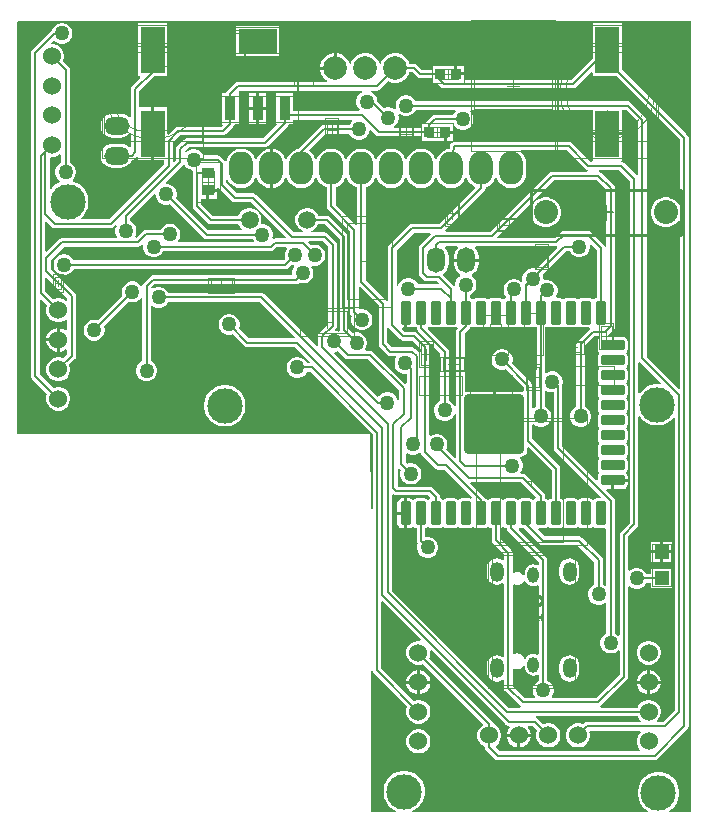
<source format=gtl>
G04*
G04 #@! TF.GenerationSoftware,Altium Limited,CircuitMaker,2.0.3 (2.0.3.51)*
G04*
G04 Layer_Physical_Order=1*
G04 Layer_Color=25308*
%FSLAX44Y44*%
%MOMM*%
G71*
G04*
G04 #@! TF.SameCoordinates,E9E563F1-332F-4466-8196-8310A66FFE87*
G04*
G04*
G04 #@! TF.FilePolarity,Positive*
G04*
G01*
G75*
%ADD12C,0.2540*%
%ADD13C,0.1000*%
%ADD14C,0.0500*%
%ADD15C,0.0100*%
%ADD16C,0.1270*%
G04:AMPARAMS|DCode=17|XSize=5mm|YSize=5mm|CornerRadius=0.25mm|HoleSize=0mm|Usage=FLASHONLY|Rotation=90.000|XOffset=0mm|YOffset=0mm|HoleType=Round|Shape=RoundedRectangle|*
%AMROUNDEDRECTD17*
21,1,5.0000,4.5000,0,0,90.0*
21,1,4.5000,5.0000,0,0,90.0*
1,1,0.5000,2.2500,2.2500*
1,1,0.5000,2.2500,-2.2500*
1,1,0.5000,-2.2500,-2.2500*
1,1,0.5000,-2.2500,2.2500*
%
%ADD17ROUNDEDRECTD17*%
G04:AMPARAMS|DCode=18|XSize=2mm|YSize=0.9mm|CornerRadius=0.135mm|HoleSize=0mm|Usage=FLASHONLY|Rotation=180.000|XOffset=0mm|YOffset=0mm|HoleType=Round|Shape=RoundedRectangle|*
%AMROUNDEDRECTD18*
21,1,2.0000,0.6300,0,0,180.0*
21,1,1.7300,0.9000,0,0,180.0*
1,1,0.2700,-0.8650,0.3150*
1,1,0.2700,0.8650,0.3150*
1,1,0.2700,0.8650,-0.3150*
1,1,0.2700,-0.8650,-0.3150*
%
%ADD18ROUNDEDRECTD18*%
G04:AMPARAMS|DCode=19|XSize=2mm|YSize=0.9mm|CornerRadius=0.135mm|HoleSize=0mm|Usage=FLASHONLY|Rotation=90.000|XOffset=0mm|YOffset=0mm|HoleType=Round|Shape=RoundedRectangle|*
%AMROUNDEDRECTD19*
21,1,2.0000,0.6300,0,0,90.0*
21,1,1.7300,0.9000,0,0,90.0*
1,1,0.2700,0.3150,0.8650*
1,1,0.2700,0.3150,-0.8650*
1,1,0.2700,-0.3150,-0.8650*
1,1,0.2700,-0.3150,0.8650*
%
%ADD19ROUNDEDRECTD19*%
%ADD20R,2.0000X4.0000*%
%ADD21R,3.2000X2.1000*%
%ADD22R,0.9000X2.1000*%
%ADD23R,1.3000X1.1500*%
%ADD24R,0.8500X0.9500*%
%ADD25R,1.1000X0.9500*%
%ADD47C,0.2040*%
%ADD48C,1.5240*%
%ADD49C,2.0000*%
%ADD50O,1.5240X2.1590*%
%ADD51C,1.5000*%
%ADD52C,2.0320*%
%ADD53O,2.1590X1.5240*%
%ADD54O,1.2000X1.7000*%
%ADD55O,0.9500X1.3500*%
%ADD56O,2.0320X2.7940*%
%ADD57C,1.2700*%
%ADD58C,3.0000*%
G36*
X587460Y626081D02*
Y622960D01*
X608177D01*
X661511Y569626D01*
Y514540D01*
X660241Y514200D01*
X659463Y515548D01*
X657098Y517913D01*
X654202Y519585D01*
X650972Y520450D01*
X647628D01*
X644398Y519585D01*
X641502Y517913D01*
X639138Y515548D01*
X637466Y512652D01*
X636600Y509422D01*
Y506078D01*
X637466Y502848D01*
X639138Y499952D01*
X641502Y497588D01*
X644398Y495916D01*
X647628Y495050D01*
X650972D01*
X654202Y495916D01*
X657098Y497588D01*
X659463Y499952D01*
X660241Y501300D01*
X661511Y500960D01*
Y359082D01*
X660338Y358596D01*
X633296Y385638D01*
Y586232D01*
X633019Y587621D01*
X632233Y588799D01*
X632233Y588799D01*
X620295Y600737D01*
X619117Y601523D01*
X617728Y601800D01*
X437669D01*
X436614Y603629D01*
X434958Y605284D01*
X432931Y606454D01*
X430670Y607060D01*
X428329D01*
X426068Y606454D01*
X424041Y605284D01*
X422386Y603629D01*
X421216Y601601D01*
X420610Y599340D01*
Y597000D01*
X420965Y595673D01*
X419827Y595015D01*
X419718Y595124D01*
X417691Y596294D01*
X415430Y596900D01*
X413089D01*
X411050Y596353D01*
X405130Y602273D01*
Y602642D01*
X404524Y604903D01*
X403354Y606931D01*
X401699Y608586D01*
X399671Y609756D01*
X399889Y611013D01*
X405042D01*
X406431Y611289D01*
X407609Y612076D01*
X414474Y618941D01*
X415560Y618315D01*
X418749Y617460D01*
X422051D01*
X425240Y618315D01*
X428100Y619966D01*
X430434Y622300D01*
X432085Y625160D01*
X432410Y626371D01*
X435122D01*
X439060Y622433D01*
X440237Y621647D01*
X441626Y621370D01*
X451460D01*
Y617710D01*
X455338D01*
X455683Y617193D01*
X458985Y613891D01*
X460163Y613105D01*
X461552Y612828D01*
X461552Y612828D01*
X571044D01*
X572433Y613105D01*
X573610Y613891D01*
X586287Y626567D01*
X587460Y626081D01*
D02*
G37*
G36*
X392809Y609756D02*
X390781Y608586D01*
X389126Y606931D01*
X387956Y604903D01*
X387350Y602642D01*
Y600302D01*
X387956Y598041D01*
X389126Y596013D01*
X390198Y594942D01*
X389672Y593672D01*
X333860D01*
Y609042D01*
X319780D01*
Y582962D01*
X319780D01*
X320073Y582254D01*
X308377Y570558D01*
X243840D01*
X242451Y570281D01*
X241273Y569495D01*
X235431Y563653D01*
X234645Y562475D01*
X234368Y561086D01*
Y551668D01*
X233403Y550702D01*
X232230Y551188D01*
Y566949D01*
X238232Y572950D01*
X274320D01*
X275709Y573227D01*
X276887Y574013D01*
X283386Y580513D01*
X284173Y581691D01*
X284426Y582962D01*
X287860D01*
Y609042D01*
X287860Y609042D01*
X287860D01*
X288194Y610213D01*
X288994Y611013D01*
X392591D01*
X392809Y609756D01*
D02*
G37*
G36*
X471478Y593270D02*
X470406Y592199D01*
X469350Y590370D01*
X454080D01*
X454080Y590370D01*
X452691Y590093D01*
X451513Y589307D01*
X451513Y589306D01*
X446433Y584227D01*
X445646Y583049D01*
X445645Y583040D01*
X442210D01*
Y579380D01*
X419632D01*
X419291Y580650D01*
X419718Y580896D01*
X421374Y582551D01*
X422544Y584579D01*
X423150Y586840D01*
Y589180D01*
X422794Y590507D01*
X423933Y591165D01*
X424041Y591056D01*
X426068Y589886D01*
X428329Y589280D01*
X430670D01*
X432931Y589886D01*
X434958Y591056D01*
X436614Y592711D01*
X437669Y594540D01*
X470952D01*
X471478Y593270D01*
D02*
G37*
G36*
X626036Y584729D02*
Y539616D01*
X624766Y539115D01*
X614199Y549683D01*
X613021Y550469D01*
X611911Y550690D01*
X612036Y551960D01*
X612540D01*
Y573230D01*
X600000D01*
X587460D01*
Y551960D01*
X587460D01*
X587326Y550746D01*
X585449D01*
X569749Y566447D01*
X568571Y567233D01*
X567182Y567510D01*
X470340D01*
X469879Y567418D01*
X469834Y567415D01*
X469290Y568636D01*
Y574480D01*
X463770D01*
Y568460D01*
X468380D01*
X468902Y567284D01*
X468886Y567190D01*
X468560Y566973D01*
X468138Y566766D01*
X467977Y566582D01*
X467773Y566447D01*
X467512Y566056D01*
X467202Y565704D01*
X467122Y565472D01*
X466987Y565269D01*
X466895Y564808D01*
X466743Y564364D01*
X466348Y561429D01*
X464485Y561183D01*
X461395Y559904D01*
X458742Y557868D01*
X456707Y555215D01*
X455787Y552996D01*
X454413D01*
X453493Y555215D01*
X451458Y557868D01*
X448805Y559904D01*
X445715Y561183D01*
X442400Y561620D01*
X439085Y561183D01*
X435995Y559904D01*
X433342Y557868D01*
X431306Y555215D01*
X430387Y552996D01*
X429013D01*
X428093Y555215D01*
X426058Y557868D01*
X423405Y559904D01*
X420315Y561183D01*
X417000Y561620D01*
X413685Y561183D01*
X410595Y559904D01*
X407942Y557868D01*
X405906Y555215D01*
X404987Y552996D01*
X403613D01*
X402693Y555215D01*
X400658Y557868D01*
X398005Y559904D01*
X394915Y561183D01*
X391600Y561620D01*
X388285Y561183D01*
X385195Y559904D01*
X382542Y557868D01*
X380507Y555215D01*
X379587Y552996D01*
X378213D01*
X377293Y555215D01*
X375258Y557868D01*
X372605Y559904D01*
X369515Y561183D01*
X366200Y561620D01*
X362885Y561183D01*
X359795Y559904D01*
X357142Y557868D01*
X355107Y555215D01*
X354187Y552996D01*
X352813D01*
X351893Y555215D01*
X349858Y557868D01*
X347877Y559388D01*
X347683Y560990D01*
X361167Y574474D01*
X381466D01*
X382522Y572645D01*
X384177Y570990D01*
X386205Y569820D01*
X388466Y569214D01*
X390806D01*
X393067Y569820D01*
X395095Y570990D01*
X396750Y572645D01*
X397920Y574673D01*
X398526Y576934D01*
Y577131D01*
X399699Y577617D01*
X404133Y573183D01*
X404133Y573183D01*
X405311Y572397D01*
X406700Y572120D01*
X406700Y572120D01*
X442210D01*
Y568460D01*
X461230D01*
Y575750D01*
X462500D01*
Y577020D01*
X469290D01*
Y580675D01*
X469922Y581018D01*
X470560Y581128D01*
X472061Y579626D01*
X474089Y578456D01*
X476350Y577850D01*
X478690D01*
X480951Y578456D01*
X482979Y579626D01*
X484634Y581281D01*
X485804Y583309D01*
X486410Y585570D01*
Y587910D01*
X485804Y590171D01*
X484634Y592199D01*
X483562Y593270D01*
X484088Y594540D01*
X587460D01*
Y575770D01*
X600000D01*
X612540D01*
Y594540D01*
X616225D01*
X626036Y584729D01*
D02*
G37*
G36*
X384073Y585482D02*
X384102Y585142D01*
X382522Y583563D01*
X381466Y581734D01*
X359664D01*
X358275Y581457D01*
X357097Y580671D01*
X338233Y561806D01*
X337849Y561231D01*
X337485Y561183D01*
X334395Y559904D01*
X331742Y557868D01*
X329706Y555215D01*
X328787Y552996D01*
X327413D01*
X326493Y555215D01*
X324458Y557868D01*
X321805Y559904D01*
X318715Y561183D01*
X316670Y561452D01*
Y545000D01*
Y528548D01*
X318715Y528817D01*
X321805Y530097D01*
X324458Y532132D01*
X326493Y534785D01*
X327413Y537005D01*
X328787D01*
X329706Y534785D01*
X331742Y532132D01*
X334395Y530097D01*
X337485Y528817D01*
X340800Y528381D01*
X344115Y528817D01*
X347205Y530097D01*
X349858Y532132D01*
X351893Y534785D01*
X352813Y537005D01*
X354187D01*
X355107Y534785D01*
X357142Y532132D01*
X359795Y530097D01*
X362570Y528947D01*
Y512826D01*
X362846Y511437D01*
X363633Y510259D01*
X382196Y491697D01*
Y423418D01*
X382473Y422029D01*
X383259Y420851D01*
X383833Y420278D01*
X383286Y418238D01*
Y415898D01*
X383892Y413637D01*
X385062Y411609D01*
X386717Y409954D01*
X388745Y408784D01*
X391006Y408178D01*
X393346D01*
X395607Y408784D01*
X397635Y409954D01*
X399290Y411609D01*
X400460Y413637D01*
X401066Y415898D01*
Y418238D01*
X400460Y420499D01*
X399290Y422527D01*
X397635Y424182D01*
X395607Y425352D01*
X393346Y425958D01*
X391006D01*
X390463Y425813D01*
X389456Y426586D01*
Y444238D01*
X390629Y444724D01*
X406326Y429026D01*
Y396240D01*
X406603Y394851D01*
X407389Y393673D01*
X413739Y387323D01*
X413739Y387323D01*
X414917Y386537D01*
X416306Y386260D01*
X420845D01*
X421407Y384990D01*
X420468Y383363D01*
X419862Y381102D01*
Y378761D01*
X420468Y376500D01*
X421638Y374473D01*
X423293Y372818D01*
X425321Y371647D01*
X427582Y371042D01*
X429922D01*
X429952Y371019D01*
Y363103D01*
X428682Y362577D01*
X401493Y389766D01*
X400315Y390553D01*
X398926Y390829D01*
X395384D01*
X394892Y392099D01*
X395888Y393825D01*
X396494Y396086D01*
Y398426D01*
X395888Y400687D01*
X394718Y402715D01*
X393063Y404370D01*
X391035Y405540D01*
X388774Y406146D01*
X386434D01*
X384394Y405599D01*
X380578Y409415D01*
Y486756D01*
X380578Y486756D01*
X380302Y488145D01*
X379515Y489323D01*
X379515Y489323D01*
X364771Y504067D01*
X363593Y504854D01*
X362204Y505130D01*
X355222D01*
X355156Y505375D01*
X353834Y507665D01*
X351965Y509534D01*
X349675Y510856D01*
X347122Y511540D01*
X344478D01*
X341925Y510856D01*
X339636Y509534D01*
X337766Y507665D01*
X336444Y505375D01*
X335760Y502822D01*
Y500178D01*
X336444Y497625D01*
X337766Y495335D01*
X339636Y493466D01*
X341925Y492144D01*
X342196Y492072D01*
X342029Y490802D01*
X334497D01*
X302541Y522759D01*
X301363Y523545D01*
X299974Y523822D01*
X285984D01*
X277442Y532364D01*
Y535003D01*
X278712Y535256D01*
X278906Y534785D01*
X280942Y532132D01*
X283595Y530097D01*
X286685Y528817D01*
X290000Y528381D01*
X293315Y528817D01*
X296405Y530097D01*
X299058Y532132D01*
X301093Y534785D01*
X302013Y537005D01*
X303387D01*
X304307Y534785D01*
X306342Y532132D01*
X308995Y530097D01*
X312085Y528817D01*
X314130Y528548D01*
Y545000D01*
Y561452D01*
X312085Y561183D01*
X308995Y559904D01*
X306342Y557868D01*
X304307Y555215D01*
X303387Y552996D01*
X302013D01*
X301093Y555215D01*
X299058Y557868D01*
X296405Y559904D01*
X293315Y561183D01*
X290000Y561620D01*
X286685Y561183D01*
X283595Y559904D01*
X280942Y557868D01*
X278906Y555215D01*
X277627Y552126D01*
X277572Y551707D01*
X276841Y551400D01*
X276243Y551343D01*
X272569Y555017D01*
X271391Y555803D01*
X270002Y556080D01*
X257852D01*
X256796Y557909D01*
X255141Y559564D01*
X253113Y560734D01*
X250852Y561340D01*
X248512D01*
X246251Y560734D01*
X244223Y559564D01*
X243383Y558723D01*
X242037Y559174D01*
X241936Y559891D01*
X245343Y563298D01*
X309880D01*
X311269Y563575D01*
X312447Y564361D01*
X329387Y581302D01*
X329387Y581302D01*
X330174Y582479D01*
X330270Y582962D01*
X333860D01*
Y586412D01*
X383706D01*
X384073Y585482D01*
D02*
G37*
G36*
X581379Y544549D02*
X582557Y543763D01*
X583205Y543634D01*
X583079Y542364D01*
X552958D01*
X551569Y542087D01*
X550391Y541301D01*
X550391Y541301D01*
X500401Y491310D01*
X463119D01*
X462593Y492580D01*
X495766Y525753D01*
X496553Y526931D01*
X496830Y528320D01*
Y528947D01*
X499605Y530097D01*
X502258Y532132D01*
X504293Y534785D01*
X505213Y537005D01*
X506587D01*
X507506Y534785D01*
X509542Y532132D01*
X512195Y530097D01*
X515285Y528817D01*
X518600Y528381D01*
X521915Y528817D01*
X525005Y530097D01*
X527658Y532132D01*
X529693Y534785D01*
X530973Y537875D01*
X531409Y541190D01*
Y548810D01*
X530973Y552126D01*
X529693Y555215D01*
X527658Y557868D01*
X526208Y558980D01*
X526639Y560250D01*
X565678D01*
X581379Y544549D01*
D02*
G37*
G36*
X456707Y534785D02*
X458742Y532132D01*
X461395Y530097D01*
X464485Y528817D01*
X467800Y528381D01*
X471115Y528817D01*
X474205Y530097D01*
X476858Y532132D01*
X478893Y534785D01*
X479813Y537005D01*
X481187D01*
X482107Y534785D01*
X484142Y532132D01*
X486795Y530097D01*
X487895Y529641D01*
X488142Y528396D01*
X457660Y497914D01*
X434594D01*
X433205Y497637D01*
X432027Y496851D01*
X415263Y480087D01*
X414477Y478909D01*
X414200Y477520D01*
Y432872D01*
X412930Y432486D01*
X412523Y433097D01*
X395230Y450390D01*
Y528947D01*
X398005Y530097D01*
X400658Y532132D01*
X402693Y534785D01*
X403613Y537005D01*
X404987D01*
X405906Y534785D01*
X407942Y532132D01*
X410595Y530097D01*
X413685Y528817D01*
X417000Y528381D01*
X420315Y528817D01*
X423405Y530097D01*
X426058Y532132D01*
X428093Y534785D01*
X429013Y537005D01*
X430387D01*
X431306Y534785D01*
X433342Y532132D01*
X435995Y530097D01*
X439085Y528817D01*
X442400Y528381D01*
X445715Y528817D01*
X448805Y530097D01*
X451458Y532132D01*
X453493Y534785D01*
X454413Y537005D01*
X455787D01*
X456707Y534785D01*
D02*
G37*
G36*
X137594Y556566D02*
Y550206D01*
X135765Y549150D01*
X134110Y547495D01*
X132940Y545467D01*
X132334Y543206D01*
Y540866D01*
X132940Y538605D01*
X134110Y536577D01*
X135765Y534922D01*
X136472Y534514D01*
X136389Y533247D01*
X134692Y532544D01*
X131819Y530624D01*
X129376Y528181D01*
X129051Y527695D01*
X127836Y528064D01*
Y554206D01*
X128663Y554840D01*
X131338D01*
X133922Y555532D01*
X136239Y556870D01*
X136421Y557052D01*
X137594Y556566D01*
D02*
G37*
G36*
X380507Y534785D02*
X382542Y532132D01*
X385195Y530097D01*
X387970Y528947D01*
Y497848D01*
X386797Y497362D01*
X369830Y514329D01*
Y528947D01*
X372605Y530097D01*
X375258Y532132D01*
X377293Y534785D01*
X378213Y537005D01*
X379587D01*
X380507Y534785D01*
D02*
G37*
G36*
X242160Y547699D02*
X242568Y546991D01*
X244223Y545336D01*
X246251Y544166D01*
X248398Y543591D01*
X248694Y543305D01*
X249077Y542588D01*
X249103Y542290D01*
X248846Y541000D01*
Y513184D01*
X249123Y511795D01*
X249909Y510617D01*
X261593Y498933D01*
X262771Y498147D01*
X264160Y497870D01*
X287579D01*
X287644Y497625D01*
X288966Y495335D01*
X290452Y493850D01*
X289926Y492580D01*
X262108D01*
X234911Y519776D01*
X235458Y521816D01*
Y524156D01*
X234852Y526417D01*
X233682Y528445D01*
X232027Y530100D01*
X229999Y531270D01*
X227738Y531876D01*
X226639D01*
X226113Y533146D01*
X240564Y547597D01*
X240565Y547597D01*
X240665Y547748D01*
X242160Y547699D01*
D02*
G37*
G36*
X271245Y528293D02*
X281913Y517626D01*
X281913Y517625D01*
X283091Y516838D01*
X284480Y516562D01*
X284480Y516562D01*
X298470D01*
X328138Y486895D01*
X327652Y485722D01*
X318262D01*
X318262Y485722D01*
X317459Y485562D01*
X316626Y486215D01*
X316415Y486534D01*
X316408Y486549D01*
X316738Y487780D01*
Y490120D01*
X316132Y492381D01*
X314962Y494409D01*
X313307Y496064D01*
X311279Y497234D01*
X309018Y497840D01*
X307728D01*
X306754Y499110D01*
X307040Y500178D01*
Y502822D01*
X306356Y505375D01*
X305034Y507665D01*
X303165Y509534D01*
X300875Y510856D01*
X298322Y511540D01*
X295678D01*
X293125Y510856D01*
X290835Y509534D01*
X288966Y507665D01*
X287644Y505375D01*
X287579Y505130D01*
X265664D01*
X256106Y514688D01*
Y519210D01*
X260480D01*
Y526500D01*
X261750D01*
Y527770D01*
X269790D01*
Y528186D01*
X271060Y528571D01*
X271245Y528293D01*
D02*
G37*
G36*
X217678Y522915D02*
Y521816D01*
X218284Y519555D01*
X219454Y517527D01*
X221109Y515872D01*
X223137Y514702D01*
X225398Y514096D01*
X227738D01*
X229778Y514643D01*
X258037Y486383D01*
X259215Y485597D01*
X260604Y485320D01*
X299678D01*
X300620Y483690D01*
X300203Y482420D01*
X236810D01*
X236323Y483593D01*
X236730Y483999D01*
X237900Y486027D01*
X238506Y488288D01*
Y490628D01*
X237900Y492889D01*
X236730Y494917D01*
X235075Y496572D01*
X233047Y497742D01*
X230786Y498348D01*
X228446D01*
X226185Y497742D01*
X224157Y496572D01*
X222502Y494917D01*
X221446Y493088D01*
X209399D01*
X208010Y492811D01*
X206832Y492025D01*
X201373Y486565D01*
X200781Y486660D01*
X200118Y488051D01*
X200562Y488821D01*
X201168Y491082D01*
Y493422D01*
X200562Y495683D01*
X199392Y497711D01*
X197737Y499366D01*
X195908Y500422D01*
Y502940D01*
X216408Y523441D01*
X217678Y522915D01*
D02*
G37*
G36*
X599112Y526816D02*
Y478941D01*
X597842Y478816D01*
X597824Y478909D01*
X597037Y480087D01*
X597037Y480087D01*
X585794Y491330D01*
X584616Y492117D01*
X583227Y492393D01*
X562875D01*
X562875Y492393D01*
X561486Y492117D01*
X560308Y491330D01*
X555208Y486230D01*
X507246D01*
X506760Y487403D01*
X554462Y535104D01*
X590825D01*
X599112Y526816D01*
D02*
G37*
G36*
X129513Y495781D02*
X130691Y494995D01*
X132080Y494718D01*
X179453D01*
X180842Y494995D01*
X182020Y495781D01*
X183355Y497117D01*
X184371Y496337D01*
X183994Y495683D01*
X183388Y493422D01*
Y491082D01*
X183994Y488821D01*
X184905Y487242D01*
X184308Y485972D01*
X138172D01*
X136783Y485695D01*
X135605Y484909D01*
X125187Y474490D01*
X124014Y474976D01*
Y499622D01*
X125187Y500108D01*
X129513Y495781D01*
D02*
G37*
G36*
X590840Y476017D02*
Y435521D01*
X589803Y435314D01*
X589025Y434795D01*
X588120Y434558D01*
X587216Y434795D01*
X586438Y435314D01*
X584920Y435616D01*
X578620D01*
X577103Y435314D01*
X576325Y434795D01*
X575420Y434558D01*
X574516Y434795D01*
X573738Y435314D01*
X572220Y435616D01*
X565920D01*
X564403Y435314D01*
X563625Y434795D01*
X562720Y434558D01*
X561816Y434795D01*
X561038Y435314D01*
X559520Y435616D01*
X556930D01*
X556296Y436886D01*
X557178Y438414D01*
X557784Y440675D01*
Y443016D01*
X557178Y445277D01*
X556008Y447304D01*
X554353Y448960D01*
X552325Y450130D01*
X550064Y450736D01*
X547724D01*
X547116Y450573D01*
X545846Y451547D01*
Y452782D01*
X545240Y455043D01*
X545157Y455188D01*
X565130Y475160D01*
X567902D01*
X568958Y473331D01*
X570613Y471676D01*
X572641Y470506D01*
X574902Y469900D01*
X577242D01*
X579503Y470506D01*
X581531Y471676D01*
X583186Y473331D01*
X584356Y475359D01*
X584962Y477620D01*
Y479960D01*
X584911Y480150D01*
X586050Y480807D01*
X590840Y476017D01*
D02*
G37*
G36*
X557544Y477841D02*
X539766Y460063D01*
X538126Y460502D01*
X535786D01*
X533525Y459896D01*
X531497Y458726D01*
X529842Y457071D01*
X528672Y455043D01*
X528066Y452782D01*
Y450442D01*
X528288Y449613D01*
X527150Y448955D01*
X526413Y449692D01*
X524385Y450862D01*
X522124Y451468D01*
X519784D01*
X517523Y450862D01*
X515495Y449692D01*
X513840Y448037D01*
X512670Y446010D01*
X512064Y443749D01*
Y441408D01*
X512670Y439147D01*
X513840Y437120D01*
X514227Y436733D01*
X513872Y435368D01*
X513602Y435314D01*
X512825Y434795D01*
X511920Y434558D01*
X511016Y434795D01*
X510238Y435314D01*
X508720Y435616D01*
X502420D01*
X500902Y435314D01*
X500125Y434795D01*
X499220Y434558D01*
X498316Y434795D01*
X497538Y435314D01*
X496020Y435616D01*
X489720D01*
X488203Y435314D01*
X487425Y434795D01*
X486520Y434558D01*
X485616Y434795D01*
X484838Y435314D01*
X483800Y435521D01*
Y438252D01*
X485629Y439308D01*
X487284Y440963D01*
X488454Y442990D01*
X489060Y445251D01*
Y447592D01*
X488454Y449853D01*
X487284Y451880D01*
X485629Y453535D01*
X485001Y453898D01*
X485085Y455165D01*
X485774Y455450D01*
X487896Y457079D01*
X489524Y459201D01*
X490548Y461673D01*
X490897Y464325D01*
Y466230D01*
X480650D01*
X470402D01*
Y464325D01*
X470751Y461673D01*
X471775Y459201D01*
X473404Y457079D01*
X475526Y455450D01*
X475597Y454047D01*
X474712Y453535D01*
X473056Y451880D01*
X471886Y449853D01*
X471280Y447592D01*
Y445858D01*
X470125Y445462D01*
X470010Y445459D01*
X461052Y454417D01*
X461189Y456076D01*
X462496Y457079D01*
X464124Y459201D01*
X465148Y461673D01*
X465498Y464325D01*
Y470675D01*
X465148Y473327D01*
X464124Y475799D01*
X462666Y477700D01*
X463026Y478970D01*
X472874D01*
X473234Y477700D01*
X471775Y475799D01*
X470751Y473327D01*
X470402Y470675D01*
Y468770D01*
X480650D01*
X490897D01*
Y470675D01*
X490548Y473327D01*
X489524Y475799D01*
X488066Y477700D01*
X488426Y478970D01*
X556712D01*
X556918Y479011D01*
X557544Y477841D01*
D02*
G37*
G36*
X363658Y479060D02*
Y413496D01*
X356077Y405915D01*
X355290Y404737D01*
X355014Y403348D01*
Y394865D01*
X353744Y394339D01*
X309653Y438431D01*
X308475Y439217D01*
X307086Y439494D01*
X228134D01*
X227078Y441323D01*
X225423Y442978D01*
X223395Y444148D01*
X221134Y444754D01*
X218794D01*
X216533Y444148D01*
X215367Y443475D01*
X213981Y444078D01*
X213869Y444702D01*
X216388Y447220D01*
X336296D01*
X337685Y447497D01*
X338863Y448283D01*
X338928Y448349D01*
X340968Y447802D01*
X343308D01*
X345569Y448408D01*
X347597Y449578D01*
X349252Y451233D01*
X350422Y453261D01*
X351028Y455522D01*
Y457862D01*
X350422Y460123D01*
X349371Y461944D01*
X349674Y462575D01*
X350148Y463050D01*
X351128Y462788D01*
X353468D01*
X355729Y463394D01*
X357757Y464564D01*
X359412Y466219D01*
X360582Y468247D01*
X361188Y470508D01*
Y472848D01*
X360582Y475109D01*
X359412Y477137D01*
X357757Y478792D01*
X355729Y479962D01*
X353468Y480568D01*
X351128D01*
X349088Y480021D01*
X346740Y482369D01*
X347226Y483542D01*
X359176D01*
X363658Y479060D01*
D02*
G37*
G36*
X450723Y489384D02*
X441425Y480087D01*
X440639Y478909D01*
X440362Y477520D01*
Y456184D01*
X440639Y454795D01*
X441425Y453617D01*
X444473Y450569D01*
X444473Y450569D01*
X445651Y449782D01*
X447040Y449506D01*
X447040Y449506D01*
X455696D01*
X457170Y448033D01*
X456684Y446860D01*
X439462D01*
X438406Y448689D01*
X436751Y450344D01*
X434723Y451514D01*
X432462Y452120D01*
X430122D01*
X427861Y451514D01*
X425833Y450344D01*
X424178Y448689D01*
X423008Y446661D01*
X422730Y445624D01*
X421460Y445791D01*
Y476017D01*
X436097Y490654D01*
X450197D01*
X450723Y489384D01*
D02*
G37*
G36*
X142674Y435122D02*
Y433353D01*
X141501Y432867D01*
X141238Y433130D01*
X138922Y434468D01*
X136338Y435160D01*
X133662D01*
X131078Y434468D01*
X130817Y434316D01*
X124014Y441120D01*
Y452124D01*
X125187Y452610D01*
X142674Y435122D01*
D02*
G37*
G36*
X576325Y411205D02*
X577103Y410686D01*
X578620Y410384D01*
X584770D01*
X584855Y410272D01*
X584935Y408967D01*
X584935Y408966D01*
X574775Y398807D01*
X573989Y397629D01*
X573712Y396240D01*
Y343196D01*
X571883Y342140D01*
X570228Y340485D01*
X569058Y338457D01*
X568452Y336196D01*
Y333856D01*
X569058Y331595D01*
X570228Y329567D01*
X571883Y327912D01*
X573911Y326742D01*
X576172Y326136D01*
X578512D01*
X580773Y326742D01*
X582801Y327912D01*
X584456Y329567D01*
X585626Y331595D01*
X586232Y333856D01*
Y336196D01*
X585626Y338457D01*
X584456Y340485D01*
X582801Y342140D01*
X580972Y343196D01*
Y394737D01*
X589006Y402770D01*
X593223D01*
X593608Y401500D01*
X593016Y401104D01*
X592156Y399818D01*
X591854Y398300D01*
Y392000D01*
X592156Y390482D01*
X592676Y389705D01*
X592912Y388800D01*
X592676Y387895D01*
X592156Y387118D01*
X591854Y385600D01*
Y379300D01*
X592156Y377782D01*
X592676Y377005D01*
X592912Y376100D01*
X592676Y375195D01*
X592156Y374418D01*
X591854Y372900D01*
Y366600D01*
X592156Y365082D01*
X592676Y364305D01*
X592912Y363400D01*
X592676Y362495D01*
X592156Y361718D01*
X591854Y360200D01*
Y353900D01*
X592156Y352382D01*
X592676Y351604D01*
X592912Y350700D01*
X592676Y349795D01*
X592156Y349018D01*
X591854Y347500D01*
Y341200D01*
X592156Y339682D01*
X592676Y338904D01*
X592912Y338000D01*
X592676Y337095D01*
X592156Y336318D01*
X591854Y334800D01*
Y328500D01*
X592156Y326982D01*
X592676Y326204D01*
X592912Y325300D01*
X592676Y324395D01*
X592156Y323618D01*
X591854Y322100D01*
Y315800D01*
X592156Y314282D01*
X592676Y313505D01*
X592912Y312600D01*
X592676Y311695D01*
X592156Y310918D01*
X591854Y309400D01*
Y303100D01*
X592156Y301582D01*
X593016Y300295D01*
X592786Y298921D01*
X592316Y298218D01*
X592014Y296700D01*
Y290400D01*
X592316Y288882D01*
X592786Y288178D01*
X593016Y286804D01*
X592156Y285518D01*
X591854Y284000D01*
Y281333D01*
X590681Y280847D01*
X561668Y309860D01*
Y360662D01*
X561750Y360805D01*
X562356Y363066D01*
Y365406D01*
X561750Y367667D01*
X560580Y369695D01*
X558925Y371350D01*
X556897Y372520D01*
X554636Y373126D01*
X552296D01*
X550035Y372520D01*
X548456Y371609D01*
X547186Y372206D01*
Y373571D01*
X547300Y374146D01*
Y410479D01*
X548338Y410686D01*
X549116Y411205D01*
X550020Y411442D01*
X550925Y411205D01*
X551702Y410686D01*
X553220Y410384D01*
X559520D01*
X561038Y410686D01*
X561816Y411205D01*
X562720Y411442D01*
X563625Y411205D01*
X564403Y410686D01*
X565920Y410384D01*
X572220D01*
X573738Y410686D01*
X574516Y411205D01*
X575420Y411442D01*
X576325Y411205D01*
D02*
G37*
G36*
X525525D02*
X526302Y410686D01*
X527820Y410384D01*
X534120D01*
X535638Y410686D01*
X536416Y411205D01*
X537320Y411442D01*
X538225Y411205D01*
X539002Y410686D01*
X540041Y410479D01*
Y374606D01*
X539926Y374032D01*
Y343483D01*
X538097Y342427D01*
X537695Y342025D01*
X536522Y342511D01*
Y361188D01*
X536522Y361188D01*
X536245Y362577D01*
X535459Y363755D01*
X519137Y380076D01*
X519684Y382116D01*
Y384456D01*
X519078Y386717D01*
X517908Y388745D01*
X516253Y390400D01*
X514225Y391570D01*
X511964Y392176D01*
X509624D01*
X507363Y391570D01*
X505335Y390400D01*
X503680Y388745D01*
X502510Y386717D01*
X501904Y384456D01*
Y382116D01*
X502510Y379855D01*
X503680Y377827D01*
X505335Y376172D01*
X507363Y375002D01*
X509624Y374396D01*
X511964D01*
X514004Y374943D01*
X529262Y359684D01*
Y356758D01*
X527992Y355832D01*
X526800Y356069D01*
X505570D01*
Y328430D01*
X503030D01*
Y356069D01*
X481800D01*
X480388Y355788D01*
X479118Y356610D01*
Y405405D01*
X482737Y409024D01*
X483524Y410201D01*
X483570Y410433D01*
X484838Y410686D01*
X485616Y411205D01*
X486520Y411442D01*
X487425Y411205D01*
X488203Y410686D01*
X489720Y410384D01*
X496020D01*
X497538Y410686D01*
X498316Y411205D01*
X499220Y411442D01*
X500125Y411205D01*
X500902Y410686D01*
X502420Y410384D01*
X508720D01*
X510238Y410686D01*
X511016Y411205D01*
X511920Y411442D01*
X512825Y411205D01*
X513602Y410686D01*
X515120Y410384D01*
X521420D01*
X522938Y410686D01*
X523716Y411205D01*
X524620Y411442D01*
X525525Y411205D01*
D02*
G37*
G36*
X462025D02*
X462803Y410686D01*
X464320Y410384D01*
X470620D01*
X472138Y410686D01*
X472736Y411085D01*
X473545Y410098D01*
X472921Y409475D01*
X472135Y408297D01*
X471858Y406908D01*
Y343869D01*
X470588Y343702D01*
X470564Y343791D01*
X469394Y345819D01*
X467739Y347474D01*
X465910Y348530D01*
Y389890D01*
X465633Y391279D01*
X464847Y392457D01*
X447909Y409394D01*
X448074Y410788D01*
X448947Y411304D01*
X449325Y411205D01*
X450103Y410686D01*
X451620Y410384D01*
X457920D01*
X459438Y410686D01*
X460216Y411205D01*
X461120Y411442D01*
X462025Y411205D01*
D02*
G37*
G36*
X373318Y485252D02*
Y407912D01*
X373352Y407742D01*
X372219Y406929D01*
X371985Y407064D01*
X369859Y407634D01*
X369395Y408466D01*
X369248Y408819D01*
X369855Y409425D01*
X370642Y410603D01*
X370918Y411992D01*
Y480564D01*
X370918Y480564D01*
X370642Y481953D01*
X369855Y483131D01*
X363247Y489739D01*
X362069Y490525D01*
X360680Y490802D01*
X349572D01*
X349404Y492072D01*
X349675Y492144D01*
X351965Y493466D01*
X353834Y495335D01*
X355156Y497625D01*
X355222Y497870D01*
X360700D01*
X373318Y485252D01*
D02*
G37*
G36*
X415263Y409675D02*
X424665Y400273D01*
X424665Y400273D01*
X425843Y399487D01*
X427232Y399210D01*
X434617D01*
X441886Y391941D01*
Y389781D01*
X440616Y389255D01*
X437415Y392457D01*
X436237Y393243D01*
X434848Y393520D01*
X417809D01*
X413586Y397743D01*
Y409900D01*
X414856Y410285D01*
X415263Y409675D01*
D02*
G37*
G36*
X645176Y363491D02*
X644577Y362371D01*
X643728Y362540D01*
X640273D01*
X636884Y361866D01*
X633692Y360544D01*
X630819Y358624D01*
X628376Y356181D01*
X627454Y354801D01*
X626184Y355186D01*
Y380712D01*
X627454Y381213D01*
X645176Y363491D01*
D02*
G37*
G36*
X377568Y384633D02*
X378745Y383846D01*
X380134Y383570D01*
X397423D01*
X423740Y357253D01*
Y348742D01*
X422470Y348575D01*
X422050Y350141D01*
X420880Y352169D01*
X419225Y353824D01*
X417197Y354994D01*
X414936Y355600D01*
X412596D01*
X410335Y354994D01*
X408307Y353824D01*
X406652Y352169D01*
X406590Y352062D01*
X405331Y351896D01*
X368607Y388620D01*
X369133Y389890D01*
X369724D01*
X371764Y390437D01*
X377568Y384633D01*
D02*
G37*
G36*
X550035Y355952D02*
X552296Y355346D01*
X554408D01*
Y308356D01*
X554685Y306967D01*
X555471Y305789D01*
X594471Y266790D01*
X593985Y265616D01*
X591320D01*
X589803Y265315D01*
X589025Y264795D01*
X588120Y264558D01*
X587216Y264795D01*
X586438Y265315D01*
X584920Y265616D01*
X578620D01*
X577103Y265315D01*
X576325Y264795D01*
X575420Y264558D01*
X574516Y264795D01*
X573738Y265315D01*
X572220Y265616D01*
X565920D01*
X564403Y265315D01*
X563625Y264795D01*
X562720Y264558D01*
X561816Y264795D01*
X561038Y265315D01*
X560000Y265521D01*
Y290974D01*
X559724Y292363D01*
X558937Y293540D01*
X536522Y315956D01*
Y328116D01*
X537695Y328602D01*
X538097Y328200D01*
X540125Y327029D01*
X542386Y326423D01*
X544726D01*
X546987Y327029D01*
X549015Y328200D01*
X550670Y329855D01*
X551840Y331882D01*
X552446Y334143D01*
Y336484D01*
X551840Y338745D01*
X550670Y340772D01*
X549015Y342427D01*
X547186Y343483D01*
Y356266D01*
X548456Y356863D01*
X550035Y355952D01*
D02*
G37*
G36*
X441199Y304130D02*
X442082Y303762D01*
X442163Y303357D01*
X442949Y302180D01*
X454113Y291016D01*
X455291Y290229D01*
X456680Y289953D01*
X461944D01*
X485412Y266485D01*
X484854Y265382D01*
X484774Y265327D01*
X483320Y265616D01*
X477020D01*
X475503Y265315D01*
X474725Y264795D01*
X473820Y264558D01*
X472916Y264795D01*
X472138Y265315D01*
X470620Y265616D01*
X464320D01*
X462803Y265315D01*
X462025Y264795D01*
X461120Y264558D01*
X460216Y264795D01*
X459438Y265315D01*
X459082Y265385D01*
X458400Y266446D01*
X458124Y267835D01*
X457337Y269013D01*
X457337Y269013D01*
X452007Y274343D01*
X450829Y275129D01*
X449440Y275406D01*
X422890D01*
X422472Y275823D01*
Y290697D01*
X423742Y291223D01*
X425239Y289726D01*
X424692Y287686D01*
Y285346D01*
X425298Y283085D01*
X426468Y281057D01*
X428124Y279402D01*
X430151Y278232D01*
X432412Y277626D01*
X434752D01*
X437014Y278232D01*
X439041Y279402D01*
X440696Y281057D01*
X441866Y283085D01*
X442472Y285346D01*
Y287686D01*
X441866Y289947D01*
X440696Y291975D01*
X439041Y293630D01*
X437014Y294800D01*
X434752Y295406D01*
X432412D01*
X430372Y294860D01*
X429076Y296156D01*
Y303434D01*
X430346Y304031D01*
X431925Y303120D01*
X434186Y302514D01*
X436526D01*
X438787Y303120D01*
X440696Y304222D01*
X441199Y304130D01*
D02*
G37*
G36*
X430640Y410384D02*
X432520D01*
X434038Y410686D01*
X434816Y411205D01*
X435720Y411442D01*
X436625Y411205D01*
X437402Y410686D01*
X438441Y410479D01*
Y410100D01*
X438717Y408711D01*
X439504Y407533D01*
X458650Y388386D01*
Y348530D01*
X456821Y347474D01*
X455166Y345819D01*
X453996Y343791D01*
X453390Y341530D01*
Y339190D01*
X453996Y336929D01*
X455166Y334901D01*
X456821Y333246D01*
X458849Y332076D01*
X461110Y331470D01*
X463450D01*
X465711Y332076D01*
X467739Y333246D01*
X469394Y334901D01*
X470564Y336929D01*
X470588Y337019D01*
X471858Y336851D01*
Y300490D01*
X470685Y300004D01*
X463505Y307184D01*
X463960Y307973D01*
X464566Y310234D01*
Y312574D01*
X463960Y314835D01*
X462790Y316863D01*
X461135Y318518D01*
X459107Y319688D01*
X456846Y320294D01*
X454506D01*
X452245Y319688D01*
X450416Y318632D01*
X449146Y319049D01*
Y393444D01*
X449146Y393445D01*
X448870Y394833D01*
X448083Y396011D01*
X448083Y396011D01*
X438687Y405407D01*
X437510Y406193D01*
X436120Y406470D01*
X428736D01*
X426051Y409154D01*
X426079Y409355D01*
X426618Y410384D01*
X428100D01*
Y423000D01*
X430640D01*
Y410384D01*
D02*
G37*
G36*
X419997Y268423D02*
X421386Y268146D01*
X421386Y268146D01*
X447937D01*
X449660Y266423D01*
X449480Y265227D01*
X448283Y264594D01*
X447516Y264795D01*
X446738Y265315D01*
X445220Y265616D01*
X438920D01*
X437402Y265315D01*
X436625Y264795D01*
X435720Y264558D01*
X434816Y264795D01*
X434038Y265315D01*
X432520Y265616D01*
X430640D01*
Y253000D01*
Y240384D01*
X432520D01*
X434038Y240686D01*
X434816Y241206D01*
X435720Y241442D01*
X436625Y241206D01*
X437402Y240686D01*
X438441Y240480D01*
Y230014D01*
X438717Y228625D01*
X439463Y227508D01*
X438912Y225452D01*
Y223112D01*
X439518Y220851D01*
X440688Y218823D01*
X442343Y217168D01*
X444371Y215998D01*
X446632Y215392D01*
X448972D01*
X451233Y215998D01*
X453261Y217168D01*
X454916Y218823D01*
X456086Y220851D01*
X456692Y223112D01*
Y225452D01*
X456086Y227713D01*
X454916Y229741D01*
X453261Y231396D01*
X451233Y232566D01*
X448972Y233172D01*
X446632D01*
X445700Y233887D01*
Y240480D01*
X446738Y240686D01*
X447516Y241206D01*
X448420Y241442D01*
X449325Y241206D01*
X450103Y240686D01*
X451620Y240384D01*
X457920D01*
X459438Y240686D01*
X460216Y241206D01*
X461120Y241442D01*
X462025Y241206D01*
X462803Y240686D01*
X464320Y240384D01*
X470620D01*
X472138Y240686D01*
X472916Y241206D01*
X473820Y241442D01*
X474725Y241206D01*
X475503Y240686D01*
X477020Y240384D01*
X483320D01*
X484838Y240686D01*
X485616Y241206D01*
X486520Y241442D01*
X487425Y241206D01*
X488203Y240686D01*
X489720Y240384D01*
X496020D01*
X497538Y240686D01*
X498316Y241206D01*
X499220Y241442D01*
X500125Y241206D01*
X500902Y240686D01*
X501940Y240480D01*
Y230268D01*
X502217Y228879D01*
X503004Y227701D01*
X512498Y218207D01*
Y213886D01*
X511359Y213325D01*
X510857Y213710D01*
X508780Y214570D01*
X506550Y214864D01*
X504321Y214570D01*
X502243Y213710D01*
X500459Y212341D01*
X499090Y210557D01*
X498230Y208479D01*
X497937Y206250D01*
Y201250D01*
X498230Y199021D01*
X499090Y196943D01*
X500459Y195159D01*
X502243Y193790D01*
X504321Y192930D01*
X506550Y192637D01*
X508780Y192930D01*
X510857Y193790D01*
X511359Y194176D01*
X512498Y193614D01*
Y131886D01*
X511359Y131324D01*
X510857Y131709D01*
X508780Y132570D01*
X506550Y132864D01*
X504321Y132570D01*
X502243Y131709D01*
X500459Y130341D01*
X499090Y128557D01*
X498230Y126479D01*
X497937Y124250D01*
Y119250D01*
X498230Y117020D01*
X499090Y114943D01*
X500459Y113159D01*
X502243Y111790D01*
X504321Y110930D01*
X506550Y110636D01*
X508780Y110930D01*
X510857Y111790D01*
X511359Y112176D01*
X512498Y111614D01*
Y105156D01*
X512775Y103767D01*
X513561Y102589D01*
X525753Y90398D01*
X525753Y90397D01*
X526498Y89900D01*
X526518Y89807D01*
X526113Y88630D01*
X516705D01*
X417650Y187686D01*
Y268725D01*
X418324Y269004D01*
X418920Y269142D01*
X419997Y268423D01*
D02*
G37*
G36*
X552741Y289470D02*
Y265521D01*
X551702Y265315D01*
X550925Y264795D01*
X550020Y264558D01*
X549116Y264795D01*
X548338Y265315D01*
X547300Y265521D01*
Y267606D01*
X547300Y267606D01*
X547024Y268995D01*
X546237Y270172D01*
X530887Y285523D01*
X529709Y286309D01*
X528320Y286586D01*
X526878D01*
X526391Y287759D01*
X526544Y287911D01*
X527714Y289939D01*
X528320Y292200D01*
Y294540D01*
X527714Y296801D01*
X526544Y298829D01*
X525851Y299521D01*
X526377Y300791D01*
X526800D01*
X528767Y301183D01*
X530434Y302297D01*
X531548Y303964D01*
X531939Y305930D01*
Y308612D01*
X533112Y309098D01*
X552741Y289470D01*
D02*
G37*
G36*
X539445Y266698D02*
X539027Y265319D01*
X539002Y265315D01*
X538225Y264795D01*
X537320Y264558D01*
X536416Y264795D01*
X535638Y265315D01*
X534120Y265616D01*
X527820D01*
X526302Y265315D01*
X525525Y264795D01*
X524620Y264558D01*
X523716Y264795D01*
X522938Y265315D01*
X521420Y265616D01*
X515120D01*
X513602Y265315D01*
X512825Y264795D01*
X511920Y264558D01*
X511016Y264795D01*
X510238Y265315D01*
X508720Y265616D01*
X502420D01*
X500902Y265315D01*
X500125Y264795D01*
X499220Y264558D01*
X498316Y264795D01*
X497538Y265315D01*
X496203Y265580D01*
X495437Y266727D01*
X495437Y266727D01*
X484011Y278153D01*
X484496Y279326D01*
X526816D01*
X539445Y266698D01*
D02*
G37*
G36*
X576325Y241206D02*
X577103Y240686D01*
X578620Y240384D01*
X584920D01*
X586438Y240686D01*
X587216Y241206D01*
X588120Y241442D01*
X589025Y241206D01*
X589803Y240686D01*
X591320Y240384D01*
X597620D01*
X598130Y240485D01*
X599112Y239680D01*
Y192049D01*
X597842Y191632D01*
X596212Y192574D01*
Y213360D01*
X595935Y214749D01*
X595149Y215927D01*
X595149Y215927D01*
X578668Y232407D01*
X577491Y233194D01*
X576101Y233470D01*
X546871D01*
X541227Y239114D01*
X541753Y240384D01*
X546820D01*
X548338Y240686D01*
X549116Y241206D01*
X550020Y241442D01*
X550925Y241206D01*
X551702Y240686D01*
X553220Y240384D01*
X559520D01*
X561038Y240686D01*
X561816Y241206D01*
X562720Y241442D01*
X563625Y241206D01*
X564403Y240686D01*
X565920Y240384D01*
X572220D01*
X573738Y240686D01*
X574516Y241206D01*
X575420Y241442D01*
X576325Y241206D01*
D02*
G37*
G36*
X512825D02*
X513602Y240686D01*
X514682Y240471D01*
X514917Y239293D01*
X515704Y238115D01*
X541962Y211856D01*
Y209492D01*
X540692Y208965D01*
X539153Y209602D01*
X537250Y209853D01*
X535347Y209602D01*
X533574Y208868D01*
X532051Y207699D01*
X530882Y206176D01*
X530148Y204403D01*
X529897Y202500D01*
Y200706D01*
X528627Y200454D01*
X528447Y200888D01*
X526889Y202447D01*
X524852Y203290D01*
X522649D01*
X521028Y202619D01*
X519758Y203251D01*
Y219710D01*
X519481Y221099D01*
X518695Y222277D01*
X509200Y231771D01*
Y240480D01*
X510238Y240686D01*
X511016Y241206D01*
X511920Y241442D01*
X512825Y241206D01*
D02*
G37*
G36*
X530882Y194823D02*
X532051Y193301D01*
X533574Y192132D01*
X535347Y191398D01*
X537250Y191147D01*
X539153Y191398D01*
X540692Y192035D01*
X541962Y191509D01*
Y133991D01*
X540692Y133465D01*
X539153Y134102D01*
X537250Y134353D01*
X535347Y134102D01*
X533574Y133368D01*
X532051Y132199D01*
X530882Y130676D01*
X530530Y129825D01*
X529209Y129955D01*
X528969Y131161D01*
X527745Y132994D01*
X525912Y134218D01*
X523750Y134648D01*
X521589Y134218D01*
X520878Y133743D01*
X519758Y134342D01*
Y192249D01*
X521028Y192882D01*
X522649Y192210D01*
X524852D01*
X526889Y193054D01*
X528447Y194612D01*
X529021Y195998D01*
X530396Y195998D01*
X530882Y194823D01*
D02*
G37*
G36*
X628376Y333819D02*
X630819Y331376D01*
X633692Y329456D01*
X636884Y328134D01*
X640273Y327460D01*
X643728D01*
X647116Y328134D01*
X650309Y329456D01*
X653181Y331376D01*
X655624Y333819D01*
X655715Y333955D01*
X656931Y333587D01*
Y85992D01*
X647213Y76274D01*
X642438D01*
X641912Y77544D01*
X643130Y78762D01*
X644468Y81079D01*
X645160Y83663D01*
Y86338D01*
X644468Y88922D01*
X643130Y91238D01*
X641238Y93130D01*
X638922Y94468D01*
X636338Y95160D01*
X633662D01*
X631078Y94468D01*
X628762Y93130D01*
X626870Y91238D01*
X625532Y88922D01*
X625454Y88630D01*
X594281D01*
X593896Y89900D01*
X594641Y90397D01*
X616484Y112241D01*
X616485Y112241D01*
X617271Y113419D01*
X617548Y114808D01*
X617548Y114808D01*
Y190924D01*
X618818Y191450D01*
X619381Y190886D01*
X621409Y189716D01*
X623670Y189110D01*
X626010D01*
X628271Y189716D01*
X630299Y190886D01*
X631954Y192542D01*
X633010Y194370D01*
X636960D01*
Y189710D01*
X655040D01*
Y206290D01*
X636960D01*
Y201630D01*
X633010D01*
X631954Y203459D01*
X630299Y205114D01*
X628271Y206284D01*
X626010Y206890D01*
X623670D01*
X621409Y206284D01*
X619381Y205114D01*
X618818Y204550D01*
X617548Y205076D01*
Y233447D01*
X625121Y241019D01*
X625121Y241019D01*
X625908Y242197D01*
X626184Y243586D01*
X626184Y243586D01*
Y334814D01*
X627454Y335199D01*
X628376Y333819D01*
D02*
G37*
G36*
X618924Y534691D02*
Y245089D01*
X611351Y237517D01*
X610565Y236339D01*
X610288Y234950D01*
Y150078D01*
X609018Y149552D01*
X608201Y150370D01*
X606372Y151426D01*
Y263652D01*
X606372Y263652D01*
X606095Y265041D01*
X605309Y266219D01*
X598967Y272560D01*
X599453Y273734D01*
X603200D01*
Y280850D01*
X604470D01*
Y282120D01*
X617086D01*
Y284000D01*
X616785Y285518D01*
X616314Y286221D01*
X616085Y287595D01*
X616945Y288882D01*
X617246Y290400D01*
Y296700D01*
X616945Y298218D01*
X616085Y299504D01*
X616314Y300878D01*
X616785Y301582D01*
X617086Y303100D01*
Y309400D01*
X616785Y310918D01*
X616265Y311695D01*
X616028Y312600D01*
X616265Y313505D01*
X616785Y314282D01*
X617086Y315800D01*
Y322100D01*
X616785Y323618D01*
X616265Y324395D01*
X616028Y325300D01*
X616265Y326204D01*
X616785Y326982D01*
X617086Y328500D01*
Y334800D01*
X616785Y336318D01*
X616265Y337095D01*
X616028Y338000D01*
X616265Y338904D01*
X616785Y339682D01*
X617086Y341200D01*
Y347500D01*
X616785Y349018D01*
X616265Y349795D01*
X616028Y350700D01*
X616265Y351604D01*
X616785Y352382D01*
X617086Y353900D01*
Y360200D01*
X616785Y361718D01*
X616265Y362495D01*
X616028Y363400D01*
X616265Y364305D01*
X616785Y365082D01*
X617086Y366600D01*
Y372900D01*
X616785Y374418D01*
X616265Y375195D01*
X616028Y376100D01*
X616265Y377005D01*
X616785Y377782D01*
X617086Y379300D01*
Y385600D01*
X616785Y387118D01*
X616265Y387895D01*
X616028Y388800D01*
X616265Y389705D01*
X616785Y390482D01*
X617086Y392000D01*
Y398300D01*
X616785Y399818D01*
X615925Y401104D01*
X614638Y401964D01*
X613120Y402266D01*
X600169D01*
X599784Y403536D01*
X600229Y403833D01*
X605308Y408913D01*
X605309Y408913D01*
X606096Y410091D01*
X606372Y411480D01*
X606372Y411480D01*
Y528320D01*
X606372Y528320D01*
X606096Y529709D01*
X605309Y530887D01*
X605308Y530887D01*
X594895Y541301D01*
X593717Y542087D01*
X593069Y542216D01*
X593195Y543486D01*
X610129D01*
X618924Y534691D01*
D02*
G37*
G36*
X670750Y669996D02*
Y0D01*
X652413D01*
X652028Y1270D01*
X654431Y2876D01*
X656874Y5319D01*
X658794Y8192D01*
X660116Y11384D01*
X660790Y14772D01*
Y18227D01*
X660116Y21616D01*
X658794Y24808D01*
X656874Y27681D01*
X654431Y30124D01*
X651558Y32044D01*
X648366Y33366D01*
X644977Y34040D01*
X641522D01*
X638134Y33366D01*
X634942Y32044D01*
X632069Y30124D01*
X629626Y27681D01*
X627706Y24808D01*
X626384Y21616D01*
X625710Y18227D01*
Y14772D01*
X626384Y11384D01*
X627706Y8192D01*
X629626Y5319D01*
X632069Y2876D01*
X634472Y1270D01*
X634087Y0D01*
X434904D01*
X434651Y1270D01*
X436308Y1956D01*
X439181Y3876D01*
X441624Y6319D01*
X443544Y9192D01*
X444866Y12384D01*
X445540Y15773D01*
Y19228D01*
X444866Y22616D01*
X443544Y25808D01*
X441624Y28681D01*
X439181Y31124D01*
X436308Y33044D01*
X433116Y34366D01*
X429728Y35040D01*
X426273D01*
X422884Y34366D01*
X419692Y33044D01*
X416819Y31124D01*
X414376Y28681D01*
X412456Y25808D01*
X411134Y22616D01*
X410460Y19228D01*
Y15773D01*
X411134Y12384D01*
X412456Y9192D01*
X414376Y6319D01*
X416819Y3876D01*
X419692Y1956D01*
X421349Y1270D01*
X421096Y0D01*
X400000D01*
Y119698D01*
X401270Y119823D01*
X401477Y118780D01*
X402264Y117603D01*
X430684Y89183D01*
X430532Y88922D01*
X429840Y86338D01*
Y83663D01*
X430532Y81079D01*
X431870Y78762D01*
X433762Y76870D01*
X436078Y75532D01*
X438662Y74840D01*
X441338D01*
X443922Y75532D01*
X446239Y76870D01*
X448130Y78762D01*
X449468Y81079D01*
X450160Y83663D01*
Y86338D01*
X449468Y88922D01*
X448130Y91238D01*
X446239Y93130D01*
X443922Y94468D01*
X441338Y95160D01*
X438662D01*
X436078Y94468D01*
X435817Y94317D01*
X408461Y121673D01*
Y178345D01*
X409634Y178831D01*
X442229Y146236D01*
X441571Y145097D01*
X441338Y145160D01*
X438662D01*
X436078Y144468D01*
X433762Y143130D01*
X431870Y141238D01*
X430532Y138922D01*
X429840Y136338D01*
Y133662D01*
X430532Y131078D01*
X431870Y128762D01*
X433762Y126870D01*
X436078Y125532D01*
X438662Y124840D01*
X441338D01*
X443922Y125532D01*
X444183Y125683D01*
X494910Y74957D01*
X494744Y73698D01*
X493762Y73130D01*
X491870Y71238D01*
X490532Y68922D01*
X489840Y66338D01*
Y63663D01*
X490532Y61079D01*
X491870Y58762D01*
X493762Y56870D01*
X496078Y55532D01*
X496370Y55454D01*
Y54990D01*
X496647Y53601D01*
X497433Y52423D01*
X504671Y45185D01*
X504671Y45185D01*
X505849Y44399D01*
X507238Y44122D01*
X640080D01*
X641469Y44399D01*
X642647Y45185D01*
X667707Y70246D01*
X667707Y70246D01*
X668494Y71424D01*
X668770Y72813D01*
X668770Y72813D01*
Y571129D01*
X668494Y572518D01*
X667707Y573696D01*
X612540Y628863D01*
Y668040D01*
X587460D01*
Y638007D01*
X569540Y620088D01*
X478540D01*
Y623730D01*
X471750D01*
Y625000D01*
X470480D01*
Y632290D01*
X451460D01*
Y628630D01*
X443130D01*
X439193Y632567D01*
X438015Y633354D01*
X436626Y633630D01*
X432410D01*
X432085Y634841D01*
X430434Y637700D01*
X428100Y640035D01*
X425240Y641686D01*
X422051Y642540D01*
X418749D01*
X415560Y641686D01*
X412700Y640035D01*
X410365Y637700D01*
X408714Y634841D01*
X408357Y633507D01*
X407043D01*
X406685Y634841D01*
X405034Y637700D01*
X402700Y640035D01*
X399840Y641686D01*
X396651Y642540D01*
X393349D01*
X390160Y641686D01*
X387300Y640035D01*
X384966Y637700D01*
X383315Y634841D01*
X382957Y633507D01*
X381643D01*
X381285Y634841D01*
X379635Y637700D01*
X377300Y640035D01*
X374440Y641686D01*
X371251Y642540D01*
X370870D01*
Y630000D01*
X369600D01*
Y628730D01*
X357060D01*
Y628349D01*
X357915Y625160D01*
X359566Y622300D01*
X361900Y619966D01*
X362634Y619542D01*
X362294Y618272D01*
X287491D01*
X287490Y618272D01*
X286101Y617996D01*
X284924Y617209D01*
X278253Y610538D01*
X277466Y609361D01*
X277403Y609042D01*
X273780D01*
Y582962D01*
X273909D01*
X274395Y581788D01*
X272817Y580210D01*
X236728D01*
X235339Y579933D01*
X234161Y579147D01*
X234161Y579146D01*
X228713Y573698D01*
X227540Y574184D01*
Y597040D01*
X216270D01*
Y574500D01*
Y551960D01*
X224970D01*
Y548998D01*
X177950Y501978D01*
X154276D01*
X153907Y503193D01*
X154181Y503376D01*
X156624Y505819D01*
X158544Y508692D01*
X159866Y511884D01*
X160540Y515273D01*
Y518728D01*
X159866Y522117D01*
X158544Y525308D01*
X156624Y528181D01*
X154181Y530624D01*
X151308Y532544D01*
X148116Y533866D01*
X147497Y533989D01*
X147120Y535359D01*
X148338Y536577D01*
X149508Y538605D01*
X150114Y540866D01*
Y543206D01*
X149508Y545467D01*
X148338Y547495D01*
X146683Y549150D01*
X144854Y550206D01*
Y628776D01*
X144854Y628777D01*
X144578Y630165D01*
X143791Y631343D01*
X143791Y631343D01*
X139317Y635817D01*
X139468Y636079D01*
X140160Y638663D01*
Y641338D01*
X139468Y643922D01*
X138130Y646239D01*
X136239Y648130D01*
X133922Y649468D01*
X131338Y650160D01*
X129785D01*
X129260Y651430D01*
X131408Y653579D01*
X132717Y652270D01*
X134745Y651100D01*
X137006Y650494D01*
X139346D01*
X141607Y651100D01*
X143635Y652270D01*
X145290Y653925D01*
X146460Y655953D01*
X147066Y658214D01*
Y660554D01*
X146460Y662815D01*
X145290Y664843D01*
X143635Y666498D01*
X141607Y667668D01*
X139346Y668274D01*
X137006D01*
X134745Y667668D01*
X132717Y666498D01*
X131062Y664843D01*
X129892Y662815D01*
X129692Y662070D01*
X129513Y661951D01*
X113003Y645441D01*
X112217Y644263D01*
X111940Y642874D01*
Y369430D01*
X112217Y368041D01*
X113003Y366863D01*
X125683Y354183D01*
X125532Y353921D01*
X124840Y351337D01*
Y348662D01*
X125532Y346078D01*
X126870Y343761D01*
X128762Y341870D01*
X131078Y340532D01*
X133662Y339840D01*
X136338D01*
X138922Y340532D01*
X141238Y341870D01*
X143130Y343761D01*
X144468Y346078D01*
X145160Y348662D01*
Y351337D01*
X144468Y353921D01*
X143130Y356238D01*
X141238Y358130D01*
X138922Y359467D01*
X136338Y360160D01*
X133662D01*
X131078Y359467D01*
X130817Y359316D01*
X119200Y370933D01*
Y434008D01*
X120373Y434494D01*
X125683Y429183D01*
X125532Y428922D01*
X124840Y426338D01*
Y423662D01*
X125532Y421078D01*
X126870Y418761D01*
X128762Y416870D01*
X131078Y415532D01*
X133662Y414840D01*
X136338D01*
X138922Y415532D01*
X141238Y416870D01*
X141501Y417132D01*
X142674Y416646D01*
Y408354D01*
X141501Y407868D01*
X141238Y408130D01*
X138922Y409468D01*
X136338Y410160D01*
X136270D01*
Y400000D01*
Y389840D01*
X136338D01*
X138922Y390533D01*
X141238Y391870D01*
X141501Y392133D01*
X142674Y391647D01*
Y387808D01*
X139183Y384317D01*
X138922Y384468D01*
X136338Y385160D01*
X133662D01*
X131078Y384468D01*
X128762Y383130D01*
X126870Y381238D01*
X125532Y378922D01*
X124840Y376338D01*
Y373662D01*
X125532Y371078D01*
X126870Y368762D01*
X128762Y366870D01*
X131078Y365532D01*
X133662Y364840D01*
X136338D01*
X138922Y365532D01*
X141238Y366870D01*
X143130Y368762D01*
X144468Y371078D01*
X145160Y373662D01*
Y376338D01*
X144468Y378922D01*
X144317Y379183D01*
X148870Y383737D01*
X148871Y383737D01*
X149657Y384915D01*
X149934Y386304D01*
X149934Y386304D01*
Y436626D01*
X149934Y436626D01*
X149657Y438015D01*
X148871Y439193D01*
X148870Y439193D01*
X128594Y459470D01*
Y467630D01*
X139675Y478712D01*
X202283D01*
X203672Y478988D01*
X204849Y479775D01*
X205937Y480863D01*
X207076Y480206D01*
X207010Y479960D01*
Y477620D01*
X207616Y475359D01*
X208786Y473331D01*
X210441Y471676D01*
X212469Y470506D01*
X214730Y469900D01*
X217070D01*
X219331Y470506D01*
X221359Y471676D01*
X223014Y473331D01*
X224070Y475160D01*
X314960D01*
X316349Y475437D01*
X317527Y476223D01*
X319765Y478462D01*
X328143D01*
X328560Y477192D01*
X327504Y475363D01*
X326898Y473102D01*
Y470762D01*
X327445Y468722D01*
X325902Y467180D01*
X148124D01*
X147068Y469009D01*
X145413Y470664D01*
X143385Y471834D01*
X141124Y472440D01*
X138784D01*
X136523Y471834D01*
X134495Y470664D01*
X132840Y469009D01*
X131670Y466981D01*
X131064Y464720D01*
Y462380D01*
X131670Y460119D01*
X132840Y458091D01*
X134495Y456436D01*
X136523Y455266D01*
X138784Y454660D01*
X141124D01*
X143385Y455266D01*
X145413Y456436D01*
X147068Y458091D01*
X148124Y459920D01*
X327406D01*
X328795Y460197D01*
X329973Y460983D01*
X332578Y463589D01*
X334225Y463147D01*
X334466Y462847D01*
X334742Y462203D01*
X334806Y461772D01*
X333854Y460123D01*
X333248Y457862D01*
Y455522D01*
X333257Y455487D01*
X332484Y454480D01*
X214884D01*
X214884Y454480D01*
X213495Y454203D01*
X212317Y453417D01*
X212317Y453416D01*
X207237Y448337D01*
X206451Y447159D01*
X206197Y445886D01*
X205902Y445731D01*
X204904Y445585D01*
X204726Y445895D01*
X203071Y447550D01*
X201043Y448720D01*
X198782Y449326D01*
X196442D01*
X194181Y448720D01*
X192153Y447550D01*
X190498Y445895D01*
X189328Y443867D01*
X188722Y441606D01*
Y439266D01*
X189269Y437226D01*
X168564Y416521D01*
X166524Y417068D01*
X164184D01*
X161923Y416462D01*
X159895Y415292D01*
X158240Y413637D01*
X157070Y411609D01*
X156464Y409348D01*
Y407008D01*
X157070Y404747D01*
X158240Y402719D01*
X159895Y401064D01*
X161923Y399894D01*
X164184Y399288D01*
X166524D01*
X168785Y399894D01*
X170813Y401064D01*
X172468Y402719D01*
X173638Y404747D01*
X174244Y407008D01*
Y409348D01*
X173697Y411388D01*
X194402Y432093D01*
X196442Y431546D01*
X198782D01*
X201043Y432152D01*
X203071Y433322D01*
X204726Y434977D01*
X204904Y435287D01*
X206174Y434946D01*
Y382058D01*
X204345Y381002D01*
X202690Y379347D01*
X201520Y377319D01*
X200914Y375058D01*
Y372718D01*
X201520Y370457D01*
X202690Y368429D01*
X204345Y366774D01*
X206373Y365604D01*
X208634Y364998D01*
X210974D01*
X213235Y365604D01*
X215263Y366774D01*
X216918Y368429D01*
X218088Y370457D01*
X218694Y372718D01*
Y375058D01*
X218088Y377319D01*
X216918Y379347D01*
X215263Y381002D01*
X213434Y382058D01*
Y428219D01*
X214704Y428636D01*
X216533Y427580D01*
X218794Y426974D01*
X221134D01*
X223395Y427580D01*
X225423Y428750D01*
X227078Y430405D01*
X228134Y432234D01*
X305583D01*
X335504Y402313D01*
X335018Y401140D01*
X296651D01*
X287997Y409794D01*
X288544Y411834D01*
Y414174D01*
X287938Y416435D01*
X286768Y418463D01*
X285113Y420118D01*
X283085Y421288D01*
X280824Y421894D01*
X278484D01*
X276223Y421288D01*
X274195Y420118D01*
X272540Y418463D01*
X271370Y416435D01*
X270764Y414174D01*
Y411834D01*
X271370Y409573D01*
X272540Y407545D01*
X274195Y405890D01*
X276223Y404720D01*
X278484Y404114D01*
X280824D01*
X282864Y404661D01*
X292581Y394944D01*
X292581Y394943D01*
X293759Y394157D01*
X295148Y393880D01*
X335532D01*
X348049Y381363D01*
X347563Y380189D01*
X345443D01*
X344387Y382018D01*
X342732Y383673D01*
X340705Y384844D01*
X338444Y385450D01*
X336103D01*
X333842Y384844D01*
X331815Y383673D01*
X330160Y382018D01*
X328989Y379991D01*
X328383Y377730D01*
Y375389D01*
X328989Y373128D01*
X330160Y371101D01*
X331815Y369446D01*
X333842Y368275D01*
X336103Y367670D01*
X338444D01*
X340705Y368275D01*
X342732Y369446D01*
X344387Y371101D01*
X345443Y372930D01*
X348088D01*
X401201Y319817D01*
Y256666D01*
X399931Y256656D01*
X399000Y320000D01*
X100000D01*
Y669102D01*
X100898Y670000D01*
X670750Y669996D01*
D02*
G37*
G36*
X529897Y123441D02*
Y123000D01*
X530148Y121097D01*
X530882Y119324D01*
X532051Y117801D01*
X533574Y116632D01*
X535347Y115898D01*
X537250Y115647D01*
X539153Y115898D01*
X540692Y116535D01*
X541962Y116009D01*
Y111294D01*
X540133Y110238D01*
X538478Y108583D01*
X537308Y106555D01*
X536702Y104294D01*
Y101954D01*
X537308Y99693D01*
X538364Y97864D01*
X537947Y96594D01*
X529823D01*
X519758Y106659D01*
Y121158D01*
X520878Y121756D01*
X521589Y121281D01*
X523750Y120851D01*
X525912Y121281D01*
X527745Y122506D01*
X528627Y123827D01*
X529897Y123441D01*
D02*
G37*
G36*
X525525Y241206D02*
X526302Y240686D01*
X527820Y240384D01*
X529691D01*
X542801Y227274D01*
X542801Y227274D01*
X543978Y226487D01*
X545368Y226211D01*
X545368Y226211D01*
X574598D01*
X588952Y211856D01*
Y192574D01*
X587123Y191518D01*
X585468Y189863D01*
X584298Y187835D01*
X583692Y185574D01*
Y183234D01*
X584298Y180973D01*
X585468Y178945D01*
X587123Y177290D01*
X589151Y176120D01*
X591412Y175514D01*
X593752D01*
X596013Y176120D01*
X597842Y177176D01*
X599112Y176759D01*
Y151426D01*
X597283Y150370D01*
X595628Y148715D01*
X594458Y146687D01*
X593852Y144426D01*
Y142086D01*
X594458Y139825D01*
X595628Y137797D01*
X597283Y136142D01*
X599311Y134972D01*
X601572Y134366D01*
X603912D01*
X606173Y134972D01*
X608201Y136142D01*
X609018Y136960D01*
X610288Y136434D01*
Y116312D01*
X590570Y96594D01*
X553237D01*
X552820Y97864D01*
X553876Y99693D01*
X554482Y101954D01*
Y104294D01*
X553876Y106555D01*
X552706Y108583D01*
X551051Y110238D01*
X549222Y111294D01*
Y213360D01*
X548945Y214749D01*
X548159Y215927D01*
X524755Y239331D01*
X524901Y240980D01*
X525307Y241263D01*
X525525Y241206D01*
D02*
G37*
G36*
X514323Y74141D02*
X515501Y73355D01*
X516890Y73078D01*
X517051D01*
X517537Y71905D01*
X516870Y71238D01*
X515533Y68922D01*
X514840Y66338D01*
Y66270D01*
X525000D01*
X535160D01*
Y66338D01*
X534468Y68922D01*
X533130Y71238D01*
X532464Y71905D01*
X532950Y73078D01*
X536788D01*
X540683Y69183D01*
X540532Y68922D01*
X539840Y66338D01*
Y63663D01*
X540532Y61079D01*
X541870Y58762D01*
X543761Y56870D01*
X546078Y55532D01*
X548662Y54840D01*
X551338D01*
X553922Y55532D01*
X556238Y56870D01*
X558130Y58762D01*
X559468Y61079D01*
X560160Y63663D01*
Y66338D01*
X559468Y68922D01*
X558130Y71238D01*
X556238Y73130D01*
X553922Y74468D01*
X551338Y75160D01*
X548662D01*
X546078Y74468D01*
X545817Y74317D01*
X540859Y79275D01*
X539681Y80061D01*
X539486Y80100D01*
X539611Y81370D01*
X625454D01*
X625532Y81079D01*
X626870Y78762D01*
X628088Y77544D01*
X627562Y76274D01*
X582644D01*
X581255Y75997D01*
X580077Y75211D01*
X580077Y75210D01*
X579183Y74317D01*
X578922Y74468D01*
X576338Y75160D01*
X573662D01*
X571078Y74468D01*
X568762Y73130D01*
X566870Y71238D01*
X565532Y68922D01*
X564840Y66338D01*
Y63663D01*
X565532Y61079D01*
X566870Y58762D01*
X568762Y56870D01*
X571078Y55532D01*
X573662Y54840D01*
X576338D01*
X578922Y55532D01*
X581239Y56870D01*
X583130Y58762D01*
X584468Y61079D01*
X585160Y63663D01*
Y66338D01*
X584783Y67744D01*
X585758Y69014D01*
X627850D01*
X628376Y67744D01*
X626870Y66238D01*
X625532Y63921D01*
X624840Y61337D01*
Y58662D01*
X625532Y56078D01*
X626870Y53762D01*
X627980Y52652D01*
X627454Y51382D01*
X508741D01*
X505083Y55040D01*
X505249Y56299D01*
X506238Y56870D01*
X508130Y58762D01*
X509468Y61079D01*
X510160Y63663D01*
Y66338D01*
X509468Y68922D01*
X508130Y71238D01*
X506238Y73130D01*
X503922Y74468D01*
X503630Y74546D01*
Y75000D01*
X503354Y76389D01*
X502567Y77567D01*
X502567Y77567D01*
X449317Y130817D01*
X449468Y131078D01*
X450160Y133662D01*
Y136338D01*
X450098Y136571D01*
X451236Y137229D01*
X514323Y74141D01*
D02*
G37*
%LPC*%
G36*
X310860Y609042D02*
X305090D01*
Y597272D01*
X310860D01*
Y609042D01*
D02*
G37*
G36*
X302550D02*
X296780D01*
Y597272D01*
X302550D01*
Y609042D01*
D02*
G37*
G36*
X310860Y594732D02*
X305090D01*
Y582962D01*
X310860D01*
Y594732D01*
D02*
G37*
G36*
X302550D02*
X296780D01*
Y582962D01*
X302550D01*
Y594732D01*
D02*
G37*
G36*
X269790Y525230D02*
X263020D01*
Y519210D01*
X269790D01*
Y525230D01*
D02*
G37*
G36*
X549372Y520450D02*
X546028D01*
X542798Y519585D01*
X539902Y517913D01*
X537538Y515548D01*
X535866Y512652D01*
X535000Y509422D01*
Y506078D01*
X535866Y502848D01*
X537538Y499952D01*
X539902Y497588D01*
X542798Y495916D01*
X546028Y495050D01*
X549372D01*
X552602Y495916D01*
X555498Y497588D01*
X557863Y499952D01*
X559535Y502848D01*
X560400Y506078D01*
Y509422D01*
X559535Y512652D01*
X557863Y515548D01*
X555498Y517913D01*
X552602Y519585D01*
X549372Y520450D01*
D02*
G37*
G36*
X428100Y265616D02*
X426220D01*
X424702Y265315D01*
X423416Y264455D01*
X422556Y263168D01*
X422254Y261650D01*
Y254270D01*
X428100D01*
Y265616D01*
D02*
G37*
G36*
Y251730D02*
X422254D01*
Y244350D01*
X422556Y242833D01*
X423416Y241546D01*
X424702Y240686D01*
X426220Y240384D01*
X428100D01*
Y251730D01*
D02*
G37*
G36*
X655040Y228790D02*
X647270D01*
Y221770D01*
X655040D01*
Y228790D01*
D02*
G37*
G36*
X644730D02*
X636960D01*
Y221770D01*
X644730D01*
Y228790D01*
D02*
G37*
G36*
X655040Y219230D02*
X647270D01*
Y212210D01*
X655040D01*
Y219230D01*
D02*
G37*
G36*
X644730D02*
X636960D01*
Y212210D01*
X644730D01*
Y219230D01*
D02*
G37*
G36*
X636338Y145160D02*
X633662D01*
X631078Y144468D01*
X628762Y143130D01*
X626870Y141238D01*
X625532Y138922D01*
X624840Y136338D01*
Y133662D01*
X625532Y131078D01*
X626870Y128762D01*
X628762Y126870D01*
X631078Y125532D01*
X633662Y124840D01*
X636338D01*
X638922Y125532D01*
X641238Y126870D01*
X643130Y128762D01*
X644468Y131078D01*
X645160Y133662D01*
Y136338D01*
X644468Y138922D01*
X643130Y141238D01*
X641238Y143130D01*
X638922Y144468D01*
X636338Y145160D01*
D02*
G37*
G36*
Y120160D02*
X636270D01*
Y111270D01*
X645160D01*
Y111337D01*
X644468Y113921D01*
X643130Y116238D01*
X641238Y118130D01*
X638922Y119467D01*
X636338Y120160D01*
D02*
G37*
G36*
X633730D02*
X633662D01*
X631078Y119467D01*
X628762Y118130D01*
X626870Y116238D01*
X625532Y113921D01*
X624840Y111337D01*
Y111270D01*
X633730D01*
Y120160D01*
D02*
G37*
G36*
X645160Y108730D02*
X636270D01*
Y99840D01*
X636338D01*
X638922Y100532D01*
X641238Y101870D01*
X643130Y103761D01*
X644468Y106078D01*
X645160Y108662D01*
Y108730D01*
D02*
G37*
G36*
X633730D02*
X624840D01*
Y108662D01*
X625532Y106078D01*
X626870Y103761D01*
X628762Y101870D01*
X631078Y100532D01*
X633662Y99840D01*
X633730D01*
Y108730D01*
D02*
G37*
G36*
X617086Y279580D02*
X605740D01*
Y273734D01*
X613120D01*
X614638Y274035D01*
X615925Y274895D01*
X616785Y276182D01*
X617086Y277700D01*
Y279580D01*
D02*
G37*
G36*
X322360Y666042D02*
X285280D01*
Y639962D01*
X322360D01*
Y666042D01*
D02*
G37*
G36*
X368330Y642540D02*
X367949D01*
X364760Y641686D01*
X361900Y640035D01*
X359566Y637700D01*
X357915Y634841D01*
X357060Y631651D01*
Y631270D01*
X368330D01*
Y642540D01*
D02*
G37*
G36*
X478540Y632290D02*
X473020D01*
Y626270D01*
X478540D01*
Y632290D01*
D02*
G37*
G36*
X227540Y668040D02*
X202460D01*
Y622960D01*
X204179D01*
X204665Y621786D01*
X197585Y614707D01*
X196799Y613529D01*
X196522Y612140D01*
Y588385D01*
X195320Y587977D01*
X194921Y588496D01*
X192799Y590125D01*
X190327Y591149D01*
X187675Y591498D01*
X181325D01*
X178673Y591149D01*
X176201Y590125D01*
X174079Y588496D01*
X172450Y586374D01*
X171427Y583902D01*
X171077Y581250D01*
X171427Y578598D01*
X172450Y576126D01*
X174079Y574004D01*
X176201Y572375D01*
X178673Y571352D01*
X181325Y571002D01*
X187675D01*
X190327Y571352D01*
X192799Y572375D01*
X194921Y574004D01*
X195320Y574523D01*
X196522Y574115D01*
Y562985D01*
X195320Y562577D01*
X194921Y563096D01*
X192799Y564725D01*
X190327Y565749D01*
X187675Y566098D01*
X181325D01*
X178673Y565749D01*
X176201Y564725D01*
X174079Y563096D01*
X172450Y560974D01*
X171427Y558502D01*
X171077Y555850D01*
X171427Y553198D01*
X172450Y550726D01*
X174079Y548604D01*
X176201Y546975D01*
X178673Y545951D01*
X181325Y545602D01*
X187675D01*
X190327Y545951D01*
X192799Y546975D01*
X194921Y548604D01*
X196550Y550726D01*
X197169Y552220D01*
X197202D01*
X198591Y552497D01*
X199769Y553283D01*
X201287Y554801D01*
X202460Y554315D01*
Y551960D01*
X213730D01*
Y574500D01*
Y597040D01*
X203782D01*
Y610636D01*
X216105Y622960D01*
X227540D01*
Y668040D01*
D02*
G37*
G36*
X133730Y410160D02*
X133662D01*
X131078Y409468D01*
X128762Y408130D01*
X126870Y406239D01*
X125532Y403922D01*
X124840Y401338D01*
Y401270D01*
X133730D01*
Y410160D01*
D02*
G37*
G36*
Y398730D02*
X124840D01*
Y398663D01*
X125532Y396079D01*
X126870Y393762D01*
X128762Y391870D01*
X131078Y390533D01*
X133662Y389840D01*
X133730D01*
Y398730D01*
D02*
G37*
G36*
X277728Y361790D02*
X274272D01*
X270884Y361116D01*
X267692Y359794D01*
X264819Y357874D01*
X262376Y355431D01*
X260456Y352559D01*
X259134Y349366D01*
X258460Y345978D01*
Y342523D01*
X259134Y339134D01*
X260456Y335942D01*
X262376Y333069D01*
X264819Y330626D01*
X267692Y328707D01*
X270884Y327384D01*
X274272Y326710D01*
X277728D01*
X281116Y327384D01*
X284308Y328707D01*
X287181Y330626D01*
X289624Y333069D01*
X291544Y335942D01*
X292866Y339134D01*
X293540Y342523D01*
Y345978D01*
X292866Y349366D01*
X291544Y352559D01*
X289624Y355431D01*
X287181Y357874D01*
X284308Y359794D01*
X281116Y361116D01*
X277728Y361790D01*
D02*
G37*
G36*
X441338Y120160D02*
X441270D01*
Y111270D01*
X450160D01*
Y111337D01*
X449468Y113921D01*
X448130Y116238D01*
X446239Y118130D01*
X443922Y119467D01*
X441338Y120160D01*
D02*
G37*
G36*
X438730D02*
X438662D01*
X436078Y119467D01*
X433762Y118130D01*
X431870Y116238D01*
X430532Y113921D01*
X429840Y111337D01*
Y111270D01*
X438730D01*
Y120160D01*
D02*
G37*
G36*
X450160Y108730D02*
X441270D01*
Y99840D01*
X441338D01*
X443922Y100532D01*
X446239Y101870D01*
X448130Y103761D01*
X449468Y106078D01*
X450160Y108662D01*
Y108730D01*
D02*
G37*
G36*
X438730D02*
X429840D01*
Y108662D01*
X430532Y106078D01*
X431870Y103761D01*
X433762Y101870D01*
X436078Y100532D01*
X438662Y99840D01*
X438730D01*
Y108730D01*
D02*
G37*
G36*
X441338Y70160D02*
X438662D01*
X436078Y69468D01*
X433762Y68130D01*
X431870Y66238D01*
X430532Y63921D01*
X429840Y61337D01*
Y58662D01*
X430532Y56078D01*
X431870Y53762D01*
X433762Y51870D01*
X436078Y50532D01*
X438662Y49840D01*
X441338D01*
X443922Y50532D01*
X446239Y51870D01*
X448130Y53762D01*
X449468Y56078D01*
X450160Y58662D01*
Y61337D01*
X449468Y63921D01*
X448130Y66238D01*
X446239Y68130D01*
X443922Y69468D01*
X441338Y70160D01*
D02*
G37*
G36*
X567950Y214864D02*
X565721Y214570D01*
X563643Y213710D01*
X561859Y212341D01*
X560490Y210557D01*
X559630Y208479D01*
X559336Y206250D01*
Y201250D01*
X559630Y199021D01*
X560490Y196943D01*
X561859Y195159D01*
X563643Y193790D01*
X565721Y192930D01*
X567950Y192637D01*
X570179Y192930D01*
X572257Y193790D01*
X574041Y195159D01*
X575410Y196943D01*
X576270Y199021D01*
X576564Y201250D01*
Y206250D01*
X576270Y208479D01*
X575410Y210557D01*
X574041Y212341D01*
X572257Y213710D01*
X570179Y214570D01*
X567950Y214864D01*
D02*
G37*
G36*
Y132864D02*
X565721Y132570D01*
X563643Y131709D01*
X561859Y130341D01*
X560490Y128557D01*
X559630Y126479D01*
X559336Y124250D01*
Y119250D01*
X559630Y117020D01*
X560490Y114943D01*
X561859Y113159D01*
X563643Y111790D01*
X565721Y110930D01*
X567950Y110636D01*
X570179Y110930D01*
X572257Y111790D01*
X574041Y113159D01*
X575410Y114943D01*
X576270Y117020D01*
X576564Y119250D01*
Y124250D01*
X576270Y126479D01*
X575410Y128557D01*
X574041Y130341D01*
X572257Y131709D01*
X570179Y132570D01*
X567950Y132864D01*
D02*
G37*
G36*
X535160Y63730D02*
X526270D01*
Y54840D01*
X526338D01*
X528922Y55532D01*
X531239Y56870D01*
X533130Y58762D01*
X534468Y61079D01*
X535160Y63663D01*
Y63730D01*
D02*
G37*
G36*
X523730D02*
X514840D01*
Y63663D01*
X515533Y61079D01*
X516870Y58762D01*
X518762Y56870D01*
X521079Y55532D01*
X523663Y54840D01*
X523730D01*
Y63730D01*
D02*
G37*
%LPD*%
D12*
X535000Y488700D02*
X662000D01*
X535000D02*
Y526800D01*
X662000D01*
Y488700D02*
Y526800D01*
X529515Y172593D02*
Y177672D01*
Y175133D01*
X542211D01*
X544750Y177672D01*
Y180211D01*
X542211Y182750D01*
X544750Y167515D02*
Y162437D01*
Y164976D01*
X529515D01*
X532054Y167515D01*
D13*
X173500Y568500D02*
X256500D01*
X173500Y641500D02*
X183500Y651500D01*
X173500Y568500D02*
Y641500D01*
X256500Y568500D02*
Y641500D01*
X246500Y651500D02*
X256500Y641500D01*
X183500Y651500D02*
X246500D01*
X337320Y606002D02*
Y643002D01*
X270320Y606002D02*
Y643002D01*
X337320D01*
X270320Y606002D02*
X337320D01*
X558500Y568500D02*
X641500D01*
X558500Y641500D02*
X568500Y651500D01*
X558500Y568500D02*
Y641500D01*
X641500Y568500D02*
Y641500D01*
X631500Y651500D02*
X641500Y641500D01*
X568500Y651500D02*
X631500D01*
X473500Y620500D02*
Y629500D01*
X456500Y620500D02*
Y629500D01*
Y620500D02*
X473500D01*
X456500Y629500D02*
X473500D01*
X447250Y571250D02*
Y580250D01*
X464250Y571250D02*
Y580250D01*
X447250D02*
X464250D01*
X447250Y571250D02*
X464250D01*
X266500Y525000D02*
Y542500D01*
X257000Y525000D02*
Y542500D01*
X266500D01*
X257000Y525000D02*
X266500D01*
X132250Y442750D02*
Y453250D01*
X137750Y442750D02*
Y453250D01*
X132250D02*
X137750D01*
X132250Y442750D02*
X137750D01*
X183750Y366750D02*
Y377250D01*
X178250Y366750D02*
Y377250D01*
Y366750D02*
X183750D01*
X178250Y377250D02*
X183750D01*
X182250Y626000D02*
Y643500D01*
X172750Y626000D02*
Y643500D01*
Y626000D02*
X182250D01*
X172750Y643500D02*
X182250D01*
X191750Y385750D02*
Y396250D01*
X186250Y385750D02*
Y396250D01*
Y385750D02*
X191750D01*
X186250Y396250D02*
X191750D01*
X460750Y374750D02*
X478250D01*
X460750Y384250D02*
X478250D01*
X460750Y374750D02*
Y384250D01*
X478250Y374750D02*
Y384250D01*
X508500Y493000D02*
X525500D01*
X508500Y502000D02*
X525500D01*
X508500Y493000D02*
Y502000D01*
X525500Y493000D02*
Y502000D01*
X532250Y359750D02*
Y377250D01*
X541749Y359750D02*
Y377250D01*
X532250D02*
X541749D01*
X532250Y359750D02*
X541749D01*
X548500Y462000D02*
Y479000D01*
X539500Y462000D02*
Y479000D01*
Y462000D02*
X548500D01*
X539500Y479000D02*
X548500D01*
X561000Y398250D02*
X578000D01*
X561000Y389250D02*
X578000D01*
Y398250D01*
X561000Y389250D02*
Y398250D01*
X603750Y394250D02*
Y411750D01*
X594250Y394250D02*
Y411750D01*
Y394250D02*
X603750D01*
X594250Y411750D02*
X603750D01*
X184750Y336750D02*
Y347250D01*
X179250Y336750D02*
Y347250D01*
Y336750D02*
X184750D01*
X179250Y347250D02*
X184750D01*
X264250Y441250D02*
X281750D01*
X264250Y450750D02*
X281750D01*
X264250Y441250D02*
Y450750D01*
X281750Y441250D02*
Y450750D01*
X274250Y625500D02*
Y659500D01*
X292250Y625500D02*
Y659500D01*
X274250D02*
X292250D01*
X274250Y625500D02*
X292250D01*
X345750Y406000D02*
X379750D01*
X345750Y424000D02*
X379750D01*
X345750Y406000D02*
Y424000D01*
X379750Y406000D02*
Y424000D01*
X441750Y379000D02*
Y396500D01*
X451250Y379000D02*
Y396500D01*
X441750D02*
X451250D01*
X441750Y379000D02*
X451250D01*
X487000Y595000D02*
X553000D01*
X487000Y657000D02*
X553000D01*
Y595000D02*
Y657000D01*
X487000Y595000D02*
Y657000D01*
X500500Y395500D02*
Y413000D01*
X510000Y395500D02*
Y413000D01*
X500500D02*
X510000D01*
X500500Y395500D02*
X510000D01*
X371250Y569000D02*
Y586000D01*
X362250Y569000D02*
Y586000D01*
Y569000D02*
X371250D01*
X362250Y586000D02*
X371250D01*
X379500Y434250D02*
Y498750D01*
X413000Y434250D02*
Y498750D01*
X379500D02*
X413000D01*
X379500Y434250D02*
X413000D01*
X424749Y565750D02*
Y583250D01*
X434250Y565750D02*
Y583250D01*
X424749D02*
X434250D01*
X424749Y565750D02*
X434250D01*
X473500Y498250D02*
Y515750D01*
X464000Y498250D02*
Y515750D01*
Y498250D02*
X473500D01*
X464000Y515750D02*
X473500D01*
X562000Y228999D02*
Y331000D01*
X509000Y228999D02*
Y331000D01*
X562000D01*
X509000Y228999D02*
X562000D01*
X215000Y605000D02*
Y615000D01*
X210000Y610000D02*
X220000D01*
X298820Y624502D02*
X308820D01*
X303820Y619502D02*
Y629502D01*
X600000Y605000D02*
Y615000D01*
X595000Y610000D02*
X605000D01*
X654000Y191250D02*
Y227250D01*
X638000Y191250D02*
X654000D01*
X638000D02*
Y227250D01*
X654000D01*
X460500Y625000D02*
X469500D01*
X465000Y620500D02*
Y629500D01*
X451250Y575750D02*
X460250D01*
X455750Y571250D02*
Y580250D01*
X257000Y533750D02*
X266500D01*
X261750Y529000D02*
Y538500D01*
X132250Y448000D02*
X137750D01*
X135000Y445250D02*
Y450750D01*
X178250Y372000D02*
X183750D01*
X181000Y369250D02*
Y374750D01*
X172750Y634750D02*
X182250D01*
X177500Y630000D02*
Y639500D01*
X186250Y391000D02*
X191750D01*
X189000Y388250D02*
Y393750D01*
X215500Y648000D02*
X251500D01*
X215500Y632000D02*
Y648000D01*
Y632000D02*
X251500D01*
Y648000D01*
X469500Y374750D02*
Y384250D01*
X464750Y379500D02*
X474250D01*
X517000Y493000D02*
Y502000D01*
X512500Y497500D02*
X521500D01*
X532250Y368500D02*
X541749D01*
X537000Y363750D02*
Y373250D01*
X539500Y470500D02*
X548500D01*
X544000Y466000D02*
Y475000D01*
X569500Y389250D02*
Y398250D01*
X565000Y393750D02*
X574000D01*
X594250Y403000D02*
X603750D01*
X599000Y398250D02*
Y407750D01*
X179250Y342000D02*
X184750D01*
X182000Y339250D02*
Y344750D01*
X273000Y441250D02*
Y450750D01*
X268250Y446000D02*
X277750D01*
X278250Y642500D02*
X288250D01*
X283250Y637500D02*
Y647500D01*
X362750Y410000D02*
Y420000D01*
X357750Y415000D02*
X367750D01*
X441750Y387750D02*
X451250D01*
X446500Y383000D02*
Y392500D01*
X440500Y369500D02*
X476500D01*
X440500Y353500D02*
Y369500D01*
Y353500D02*
X476500D01*
Y369500D01*
X520000Y610000D02*
Y620000D01*
X515000Y615000D02*
X525000D01*
X500500Y404250D02*
X510000D01*
X505250Y399500D02*
Y409000D01*
X545250Y386750D02*
Y422750D01*
X529250D02*
X545250D01*
X529250Y386750D02*
Y422750D01*
Y386750D02*
X545250D01*
X362250Y577500D02*
X371250D01*
X366750Y573000D02*
Y582000D01*
X391250Y466500D02*
X401250D01*
X396250Y461500D02*
Y471500D01*
X424749Y574500D02*
X434250D01*
X429500Y569750D02*
Y579250D01*
X464000Y507000D02*
X473500D01*
X468750Y502250D02*
Y511750D01*
X530250Y280249D02*
X540250D01*
X535250Y275250D02*
Y285250D01*
X335000Y615249D02*
Y651249D01*
Y615249D02*
X351000D01*
Y651249D01*
X335000D02*
X351000D01*
X569500Y361750D02*
X605500D01*
Y377750D01*
X569500D02*
X605500D01*
X569500Y361750D02*
Y377750D01*
X483500Y354000D02*
X519500D01*
Y370000D01*
X483500D02*
X519500D01*
X483500Y354000D02*
Y370000D01*
D14*
X502248Y217747D02*
X572248D01*
X502248Y107748D02*
Y217747D01*
Y107748D02*
X572248D01*
Y217747D01*
X210499Y560245D02*
X219499D01*
Y589245D01*
X210499Y560245D02*
Y589245D01*
X219500Y630500D02*
Y659500D01*
X210500Y630500D02*
Y659500D01*
X219500D01*
X595499Y560245D02*
X604499D01*
Y589245D01*
X595499Y560245D02*
Y589245D01*
X604500Y630500D02*
Y659500D01*
X595500Y630500D02*
Y659500D01*
X604500D01*
X572248Y107748D02*
Y217747D01*
X502248Y107748D02*
X572248D01*
X502248D02*
Y217747D01*
X572248D01*
X257500Y553500D02*
Y666500D01*
X172500Y553500D02*
X257500D01*
X172500Y666500D02*
X257500D01*
X172500Y553500D02*
Y666500D01*
X338320Y584502D02*
Y664502D01*
X269320Y584502D02*
Y664502D01*
X338320D01*
X269320Y584502D02*
X338320D01*
X642500Y553500D02*
Y666500D01*
X557500Y553500D02*
X642500D01*
X557500Y666500D02*
X642500D01*
X557500Y553500D02*
Y666500D01*
X478500Y617500D02*
Y632500D01*
X451500Y617500D02*
Y632500D01*
Y617500D02*
X478500D01*
X451500Y632500D02*
X478500D01*
X442250Y568250D02*
Y583250D01*
X469250Y568250D02*
Y583250D01*
X442250D02*
X469250D01*
X442250Y568250D02*
X469250D01*
X272250Y516750D02*
Y550750D01*
X251250Y516750D02*
Y550750D01*
X272250D01*
X251250Y516750D02*
X272250D01*
X131000Y440500D02*
Y455500D01*
X139000Y440500D02*
Y455500D01*
X131000D02*
X139000D01*
X131000Y440500D02*
X139000D01*
X185000Y364500D02*
Y379500D01*
X177000Y364500D02*
Y379500D01*
Y364500D02*
X185000D01*
X177000Y379500D02*
X185000D01*
X183500Y623750D02*
Y645750D01*
X171500Y623750D02*
Y645750D01*
Y623750D02*
X183500D01*
X171500Y645750D02*
X183500D01*
X193000Y383500D02*
Y398500D01*
X185000Y383500D02*
Y398500D01*
Y383500D02*
X193000D01*
X185000Y398500D02*
X193000D01*
X458500Y373500D02*
X480500D01*
X458500Y385500D02*
X480500D01*
X458500Y373500D02*
Y385500D01*
X480500Y373500D02*
Y385500D01*
X506500Y492000D02*
X527500D01*
X506500Y503000D02*
X527500D01*
X506500Y492000D02*
Y503000D01*
X527500Y492000D02*
Y503000D01*
X531000Y357500D02*
Y379500D01*
X543000Y357500D02*
Y379500D01*
X531000D02*
X543000D01*
X531000Y357500D02*
X543000D01*
X549500Y460000D02*
Y481000D01*
X538500Y460000D02*
Y481000D01*
Y460000D02*
X549500D01*
X538500Y481000D02*
X549500D01*
X559000Y399250D02*
X580000D01*
X559000Y388250D02*
X580000D01*
Y399250D01*
X559000Y388250D02*
Y399250D01*
X605000Y392000D02*
Y414000D01*
X593000Y392000D02*
Y414000D01*
Y392000D02*
X605000D01*
X593000Y414000D02*
X605000D01*
X186000Y334500D02*
Y349500D01*
X178000Y334500D02*
Y349500D01*
Y334500D02*
X186000D01*
X178000Y349500D02*
X186000D01*
X262000Y440000D02*
X284000D01*
X262000Y452000D02*
X284000D01*
X262000Y440000D02*
Y452000D01*
X284000Y440000D02*
Y452000D01*
X273250Y623000D02*
Y662000D01*
X293250Y623000D02*
Y662000D01*
X273250D02*
X293250D01*
X273250Y623000D02*
X293250D01*
X339750Y403500D02*
X385750D01*
X339750Y426500D02*
X385750D01*
X339750Y403500D02*
Y426500D01*
X385750Y403500D02*
Y426500D01*
X440500Y376750D02*
Y398750D01*
X452500Y376750D02*
Y398750D01*
X440500D02*
X452500D01*
X440500Y376750D02*
X452500D01*
X484500Y559500D02*
X555500D01*
X484500Y670500D02*
X555500D01*
Y559500D02*
Y670500D01*
X484500Y559500D02*
Y670500D01*
X494750Y387250D02*
Y421250D01*
X515750Y387250D02*
Y421250D01*
X494750D02*
X515750D01*
X494750Y387250D02*
X515750D01*
X372250Y567000D02*
Y588000D01*
X361250Y567000D02*
Y588000D01*
Y567000D02*
X372250D01*
X361250Y588000D02*
X372250D01*
X375250Y428000D02*
Y505000D01*
X417250Y428000D02*
Y505000D01*
X375250D02*
X417250D01*
X375250Y428000D02*
X417250D01*
X423500Y563500D02*
Y585500D01*
X435500Y563500D02*
Y585500D01*
X423500D02*
X435500D01*
X423500Y563500D02*
X435500D01*
X474750Y496000D02*
Y518000D01*
X462750Y496000D02*
Y518000D01*
Y496000D02*
X474750D01*
X462750Y518000D02*
X474750D01*
X582500Y226499D02*
Y333499D01*
X488500Y226499D02*
Y333499D01*
X582500D01*
X488500Y226499D02*
X582500D01*
X498750Y220250D02*
X576250D01*
X498750Y105250D02*
Y220250D01*
Y105250D02*
X576250D01*
Y220250D01*
X532250Y162750D02*
X542250D01*
X537250Y157750D02*
Y167750D01*
D15*
X219499Y589245D02*
G03*
X210499Y589245I-4500J0D01*
G01*
X210500Y630500D02*
G03*
X219500Y630500I4500J0D01*
G01*
X250000Y610000D02*
G03*
X250000Y610000I-35000J0D01*
G01*
X255000D02*
G03*
X255000Y610000I-40000J0D01*
G01*
X604499Y589245D02*
G03*
X595499Y589245I-4500J0D01*
G01*
X595500Y630500D02*
G03*
X604500Y630500I4500J0D01*
G01*
X635000Y610000D02*
G03*
X635000Y610000I-35000J0D01*
G01*
X640000D02*
G03*
X640000Y610000I-40000J0D01*
G01*
X210499Y589245D02*
X219499D01*
X210500Y630500D02*
X219500D01*
X595499Y589245D02*
X604499D01*
X595500Y630500D02*
X604500D01*
D16*
X592150Y507750D02*
X604850D01*
X598500Y501400D02*
Y514100D01*
D17*
X504300Y328430D02*
D03*
D18*
X604470Y395150D02*
D03*
Y280850D02*
D03*
X604630Y293550D02*
D03*
X604470Y306250D02*
D03*
Y318950D02*
D03*
Y331650D02*
D03*
Y344350D02*
D03*
Y357050D02*
D03*
Y369750D02*
D03*
Y382450D02*
D03*
D19*
X594470Y423000D02*
D03*
X429370D02*
D03*
X442070D02*
D03*
X454770D02*
D03*
X467470D02*
D03*
X480170D02*
D03*
X492870D02*
D03*
X505570D02*
D03*
X518270D02*
D03*
X530970D02*
D03*
X543670D02*
D03*
X556370D02*
D03*
X569070D02*
D03*
X581770D02*
D03*
Y253000D02*
D03*
X569070D02*
D03*
X556370D02*
D03*
X543670D02*
D03*
X530970D02*
D03*
X518270D02*
D03*
X505570D02*
D03*
X492870D02*
D03*
X480170D02*
D03*
X467470D02*
D03*
X454770D02*
D03*
X442070D02*
D03*
X429370D02*
D03*
X594470D02*
D03*
D20*
X215000Y574500D02*
D03*
Y645500D02*
D03*
X600000Y574500D02*
D03*
Y645500D02*
D03*
D21*
X303820Y653002D02*
D03*
D22*
X326820Y596002D02*
D03*
X303820D02*
D03*
X280820D02*
D03*
D23*
X646000Y220500D02*
D03*
Y198000D02*
D03*
D24*
X471750Y625000D02*
D03*
X458250D02*
D03*
X449000Y575750D02*
D03*
X462500D02*
D03*
D25*
X261750Y541000D02*
D03*
Y526500D02*
D03*
D47*
X467470Y434992D02*
Y442866D01*
X326820Y590042D02*
X392408D01*
X600000Y645414D02*
Y645500D01*
Y636270D02*
Y645414D01*
X124206Y559206D02*
X130000Y565000D01*
X120384Y555384D02*
X124206Y559206D01*
X530970Y446134D02*
X563626Y478790D01*
X530970Y445626D02*
Y446134D01*
X492870Y253000D02*
Y264160D01*
X463448Y293582D02*
X492870Y264160D01*
X456680Y293582D02*
X463448D01*
X445516Y304746D02*
X456680Y293582D01*
X445516Y304746D02*
Y393445D01*
X436120Y402840D02*
X445516Y393445D01*
X427232Y402840D02*
X436120D01*
X417830Y412242D02*
X427232Y402840D01*
X417830Y412242D02*
Y477520D01*
X434594Y494284D01*
X459164D01*
X493200Y528320D01*
Y545000D01*
X505570Y230268D02*
Y253000D01*
Y230268D02*
X516128Y219710D01*
Y105156D02*
Y219710D01*
Y105156D02*
X528320Y92964D01*
X592074D01*
X613918Y114808D01*
Y234950D01*
X622554Y243586D01*
Y536194D01*
X611632Y547116D02*
X622554Y536194D01*
X583946Y547116D02*
X611632D01*
X567182Y563880D02*
X583946Y547116D01*
X470340Y563880D02*
X567182D01*
X467800Y545000D02*
X470340Y563880D01*
X545592Y103124D02*
Y213360D01*
X518270Y240682D02*
X545592Y213360D01*
X518270Y240682D02*
Y253000D01*
X279654Y413004D02*
X295148Y397510D01*
X337035D01*
X409425Y325120D01*
Y184173D02*
Y325120D01*
Y184173D02*
X516890Y76708D01*
X538292D01*
X550000Y65000D01*
X404831Y120169D02*
X440000Y85000D01*
X404831Y120169D02*
Y321321D01*
X349592Y376560D02*
X404831Y321321D01*
X337273Y376560D02*
X349592D01*
X249682Y552450D02*
X270002D01*
X273812Y548640D01*
Y530860D02*
Y548640D01*
Y530860D02*
X284480Y520192D01*
X299974D01*
X332994Y487172D01*
X360680D01*
X367288Y480564D01*
Y411992D02*
Y480564D01*
X358644Y403348D02*
X367288Y411992D01*
X358644Y393450D02*
Y403348D01*
Y393450D02*
X405384Y346710D01*
X413766D01*
X479298Y293370D02*
X519430D01*
X475488Y297180D02*
X479298Y293370D01*
X475488Y297180D02*
Y406908D01*
X480170Y411590D01*
Y423000D01*
X165354Y408178D02*
X197612Y440436D01*
X429500Y598170D02*
X617728D01*
X629666Y586232D01*
Y384134D02*
Y586232D01*
Y384134D02*
X660561Y353240D01*
Y84488D02*
Y353240D01*
X648716Y72644D02*
X660561Y84488D01*
X582644Y72644D02*
X648716D01*
X575000Y65000D02*
X582644Y72644D01*
X553466Y364236D02*
X554482D01*
X558038Y360680D01*
Y308356D02*
Y360680D01*
Y308356D02*
X602742Y263652D01*
Y143256D02*
Y263652D01*
X130000Y640000D02*
X141224Y628777D01*
Y542036D02*
Y628777D01*
X467470Y423000D02*
Y434992D01*
X459232Y443230D02*
X467470Y434992D01*
X431292Y443230D02*
X459232D01*
X260604Y488950D02*
X307848D01*
X226568Y522986D02*
X260604Y488950D01*
X577342Y335026D02*
Y396240D01*
X587502Y406400D01*
X597662D01*
X602742Y411480D01*
Y528320D01*
X592328Y538734D02*
X602742Y528320D01*
X552958Y538734D02*
X592328D01*
X501904Y487680D02*
X552958Y538734D01*
X454152Y487680D02*
X501904D01*
X443992Y477520D02*
X454152Y487680D01*
X443992Y456184D02*
Y477520D01*
Y456184D02*
X447040Y453136D01*
X457200D01*
X467470Y442866D01*
X340800Y545000D02*
Y559240D01*
X359664Y578104D01*
X389636D01*
X442070Y230014D02*
Y253000D01*
Y230014D02*
X447802Y224282D01*
X326820Y583868D02*
Y590042D01*
X309880Y566928D02*
X326820Y583868D01*
X243840Y566928D02*
X309880D01*
X237998Y561086D02*
X243840Y566928D01*
X237998Y550164D02*
Y561086D01*
X192278Y504444D02*
X237998Y550164D01*
X192278Y492252D02*
Y504444D01*
X326820Y590042D02*
Y596002D01*
X392408Y590042D02*
X406700Y575750D01*
X449000D01*
Y581660D01*
X454080Y586740D01*
X477520D01*
X120384Y439616D02*
X135000Y425000D01*
X120384Y439616D02*
Y555384D01*
X124206Y506222D02*
Y559206D01*
Y506222D02*
X132080Y498348D01*
X179453D01*
X228600Y547495D01*
Y568452D01*
X236728Y576580D01*
X274320D01*
X280820Y583080D01*
Y596002D01*
Y607972D01*
X287490Y614642D01*
X405042D01*
X420400Y630000D01*
X500000Y54990D02*
Y65000D01*
Y54990D02*
X507238Y47752D01*
X640080D01*
X665141Y72813D01*
Y571129D01*
X600000Y636270D02*
X665141Y571129D01*
X458250Y619760D02*
Y625000D01*
Y619760D02*
X461552Y616458D01*
X571044D01*
X600000Y645414D01*
X442070Y410100D02*
Y423000D01*
Y410100D02*
X462280Y389890D01*
Y340360D02*
Y389890D01*
X209804Y445770D02*
X214884Y450850D01*
X518270Y439894D02*
X520954Y442578D01*
X518270Y423000D02*
Y439894D01*
X209804Y373888D02*
Y445770D01*
X214884Y450850D02*
X336296D01*
X342138Y456692D01*
X563626Y478790D02*
X576072D01*
X135000Y375000D02*
X146304Y386304D01*
Y436626D01*
X124964Y457966D02*
X146304Y436626D01*
X124964Y457966D02*
Y469134D01*
X138172Y482342D01*
X202283D01*
X209399Y489458D01*
X229616D01*
X400798Y601472D02*
X414260Y588010D01*
X396240Y601472D02*
X400798D01*
X215900Y478790D02*
X314960D01*
X318262Y482092D01*
X341884D01*
X352298Y471678D01*
X480170Y423000D02*
Y446422D01*
X139954Y463550D02*
X327406D01*
X335788Y471932D01*
X530970Y445626D02*
X536956Y451612D01*
X530970Y423000D02*
Y445626D01*
X543670Y436622D02*
X548894Y441846D01*
X543670Y423000D02*
Y436622D01*
X376948Y407912D02*
X387604Y397256D01*
X376948Y407912D02*
Y486756D01*
X362204Y501500D02*
X376948Y486756D01*
X345800Y501500D02*
X362204D01*
X556370Y253000D02*
Y290974D01*
X532892Y314452D02*
X556370Y290974D01*
X532892Y314452D02*
Y361188D01*
X510794Y383286D02*
X532892Y361188D01*
X385826Y423418D02*
X392176Y417068D01*
X385826Y423418D02*
Y493200D01*
X366200Y512826D02*
X385826Y493200D01*
X366200Y512826D02*
Y545000D01*
X530970Y244238D02*
Y253000D01*
Y244238D02*
X545368Y229841D01*
X576101D01*
X592582Y213360D01*
Y184404D02*
Y213360D01*
X219964Y435864D02*
X307086D01*
X414020Y328930D01*
Y186182D02*
Y328930D01*
Y186182D02*
X515202Y85000D01*
X635000D01*
X543670Y374146D02*
Y423000D01*
X543556Y374032D02*
X543670Y374146D01*
X543556Y335313D02*
Y374032D01*
X428752Y379932D02*
X433582Y375102D01*
Y334006D02*
Y375102D01*
X425446Y325870D02*
X433582Y334006D01*
X425446Y294652D02*
Y325870D01*
Y294652D02*
X433582Y286516D01*
X368554Y398780D02*
X380134Y387200D01*
X398926D01*
X427370Y358756D01*
Y336954D02*
Y358756D01*
X418842Y328426D02*
X427370Y336954D01*
X418842Y274320D02*
Y328426D01*
Y274320D02*
X421386Y271776D01*
X449440D01*
X454770Y266446D01*
Y253000D02*
Y266446D01*
X391600Y448886D02*
Y545000D01*
Y448886D02*
X409956Y430530D01*
Y396240D02*
Y430530D01*
Y396240D02*
X416306Y389890D01*
X434848D01*
X438912Y385826D01*
Y314960D02*
Y385826D01*
X435356Y311404D02*
X438912Y314960D01*
X455676Y309880D02*
Y311404D01*
Y309880D02*
X482600Y282956D01*
X528320D01*
X543670Y267606D01*
Y253000D02*
Y267606D01*
X132080Y659384D02*
X138176D01*
X115570Y642874D02*
X132080Y659384D01*
X115570Y369430D02*
Y642874D01*
Y369430D02*
X135000Y350000D01*
X215000Y626988D02*
Y645500D01*
X200152Y612140D02*
X215000Y626988D01*
X200152Y558800D02*
Y612140D01*
X197202Y555850D02*
X200152Y558800D01*
X184500Y555850D02*
X197202D01*
X624840Y198000D02*
X646000D01*
X455250Y467500D02*
Y480060D01*
X457790Y482600D01*
X556712D01*
X562875Y488763D01*
X583227D01*
X594470Y477520D01*
Y423000D02*
Y477520D01*
X252476Y541000D02*
X261750D01*
X252476Y513184D02*
Y541000D01*
Y513184D02*
X264160Y501500D01*
X297000D01*
X440000Y135000D02*
X500000Y75000D01*
Y65000D02*
Y75000D01*
X441626Y625000D02*
X458250D01*
X436626Y630000D02*
X441626Y625000D01*
X420400Y630000D02*
X436626D01*
D48*
X135000Y350000D02*
D03*
Y375000D02*
D03*
Y400000D02*
D03*
Y425000D02*
D03*
X130000Y640000D02*
D03*
Y615000D02*
D03*
Y590000D02*
D03*
Y565000D02*
D03*
X440000Y60000D02*
D03*
Y85000D02*
D03*
Y110000D02*
D03*
Y135000D02*
D03*
X575000Y65000D02*
D03*
X550000D02*
D03*
X525000D02*
D03*
X500000D02*
D03*
X635000Y60000D02*
D03*
Y85000D02*
D03*
Y110000D02*
D03*
Y135000D02*
D03*
D49*
X369600Y630000D02*
D03*
X395000D02*
D03*
X420400D02*
D03*
D50*
X480650Y467500D02*
D03*
X455250D02*
D03*
D51*
X297000Y501500D02*
D03*
X345800D02*
D03*
D52*
X649300Y507750D02*
D03*
X547700D02*
D03*
D53*
X184500Y581250D02*
D03*
Y555850D02*
D03*
D54*
X567950Y121750D02*
D03*
Y203750D02*
D03*
X506550D02*
D03*
Y121750D02*
D03*
D55*
X537250Y200500D02*
D03*
Y125000D02*
D03*
D56*
X518600Y545000D02*
D03*
X493200D02*
D03*
X417000D02*
D03*
X391600D02*
D03*
X366200D02*
D03*
X340800D02*
D03*
X315400D02*
D03*
X290000D02*
D03*
X442400D02*
D03*
X467800D02*
D03*
D57*
X545592Y103124D02*
D03*
X279654Y413004D02*
D03*
X337273Y376560D02*
D03*
X249682Y552450D02*
D03*
X413766Y346710D02*
D03*
X519430Y293370D02*
D03*
X165354Y408178D02*
D03*
X197612Y440436D02*
D03*
X429500Y598170D02*
D03*
X553466Y364236D02*
D03*
X602742Y143256D02*
D03*
X141224Y542036D02*
D03*
X431292Y443230D02*
D03*
X307848Y488950D02*
D03*
X226568Y522986D02*
D03*
X577342Y335026D02*
D03*
X389636Y578104D02*
D03*
X447802Y224282D02*
D03*
X192278Y492252D02*
D03*
X477520Y586740D02*
D03*
X462280Y340360D02*
D03*
X209804Y373888D02*
D03*
X342138Y456692D02*
D03*
X520954Y442578D02*
D03*
X576072Y478790D02*
D03*
X229616Y489458D02*
D03*
X414260Y588010D02*
D03*
X396240Y601472D02*
D03*
X215900Y478790D02*
D03*
X352298Y471678D02*
D03*
X480170Y446422D02*
D03*
X139954Y463550D02*
D03*
X335788Y471932D02*
D03*
X536956Y451612D02*
D03*
X548894Y441846D02*
D03*
X387604Y397256D02*
D03*
X510794Y383286D02*
D03*
X392176Y417068D02*
D03*
X592582Y184404D02*
D03*
X219964Y435864D02*
D03*
X543556Y335313D02*
D03*
X428752Y379932D02*
D03*
X433582Y286516D02*
D03*
X368554Y398780D02*
D03*
X435356Y311404D02*
D03*
X455676D02*
D03*
X138176Y659384D02*
D03*
X624840Y198000D02*
D03*
D58*
X143000Y517000D02*
D03*
X642000Y345000D02*
D03*
X276000Y344250D02*
D03*
X643250Y16500D02*
D03*
X428000Y17500D02*
D03*
M02*

</source>
